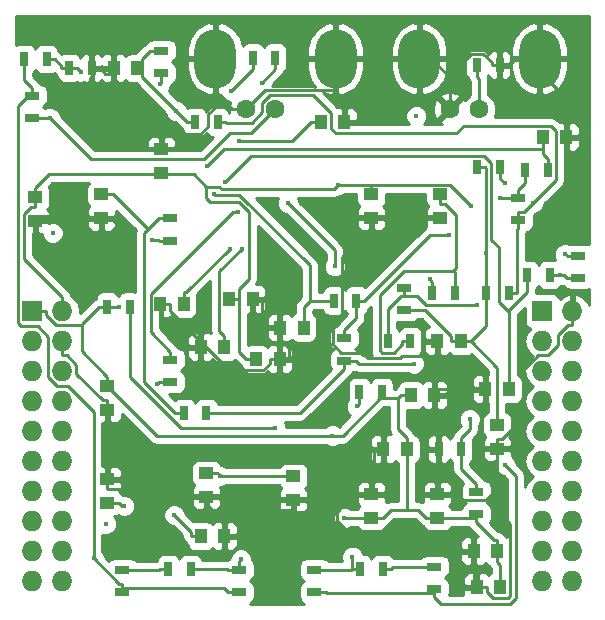
<source format=gbr>
G04 #@! TF.FileFunction,Copper,L2,Bot,Signal*
%FSLAX46Y46*%
G04 Gerber Fmt 4.6, Leading zero omitted, Abs format (unit mm)*
G04 Created by KiCad (PCBNEW 4.0.1-stable) date Monday, May 09, 2016 'AMt' 09:31:45 AM*
%MOMM*%
G01*
G04 APERTURE LIST*
%ADD10C,0.100000*%
%ADD11R,1.727200X1.727200*%
%ADD12O,1.727200X1.727200*%
%ADD13R,1.250000X1.000000*%
%ADD14R,1.000000X1.250000*%
%ADD15O,3.500120X5.001260*%
%ADD16C,1.600200*%
%ADD17R,1.300000X0.700000*%
%ADD18R,0.700000X1.300000*%
%ADD19C,0.400000*%
%ADD20C,0.250000*%
%ADD21C,0.254000*%
G04 APERTURE END LIST*
D10*
D11*
X91694000Y-160274000D03*
D12*
X94234000Y-160274000D03*
X91694000Y-162814000D03*
X94234000Y-162814000D03*
X91694000Y-165354000D03*
X94234000Y-165354000D03*
X91694000Y-167894000D03*
X94234000Y-167894000D03*
X91694000Y-170434000D03*
X94234000Y-170434000D03*
X91694000Y-172974000D03*
X94234000Y-172974000D03*
X91694000Y-175514000D03*
X94234000Y-175514000D03*
X91694000Y-178054000D03*
X94234000Y-178054000D03*
X91694000Y-180594000D03*
X94234000Y-180594000D03*
X91694000Y-183134000D03*
X94234000Y-183134000D03*
X134874000Y-175514000D03*
X134874000Y-178054000D03*
X134874000Y-172974000D03*
X137414000Y-172974000D03*
X137414000Y-178054000D03*
X137414000Y-175514000D03*
X134874000Y-170434000D03*
X134874000Y-167894000D03*
X137414000Y-167894000D03*
X137414000Y-170434000D03*
X137414000Y-165354000D03*
X134874000Y-165354000D03*
D11*
X134874000Y-160274000D03*
D12*
X137414000Y-162814000D03*
X134874000Y-162814000D03*
X137414000Y-160274000D03*
X134874000Y-183134000D03*
X137414000Y-183134000D03*
X137414000Y-180594000D03*
X134874000Y-180594000D03*
D13*
X98044000Y-176514000D03*
X98044000Y-174514000D03*
X97536000Y-150400000D03*
X97536000Y-152400000D03*
X126238000Y-150384000D03*
X126238000Y-152384000D03*
D14*
X100568000Y-139700000D03*
X98568000Y-139700000D03*
D13*
X113792000Y-176260000D03*
X113792000Y-174260000D03*
X106426000Y-176006000D03*
X106426000Y-174006000D03*
D14*
X105934000Y-179324000D03*
X107934000Y-179324000D03*
D13*
X125984000Y-175768000D03*
X125984000Y-177768000D03*
X120396000Y-175784000D03*
X120396000Y-177784000D03*
X120396000Y-152384000D03*
X120396000Y-150384000D03*
X91948000Y-152638000D03*
X91948000Y-150638000D03*
X102616000Y-146574000D03*
X102616000Y-148574000D03*
D14*
X110617000Y-164338000D03*
X112617000Y-164338000D03*
X123730000Y-167386000D03*
X125730000Y-167386000D03*
X123412000Y-171958000D03*
X121412000Y-171958000D03*
X127984000Y-162814000D03*
X125984000Y-162814000D03*
X134890000Y-145542000D03*
X136890000Y-145542000D03*
D13*
X131064000Y-169926000D03*
X131064000Y-171926000D03*
D14*
X114649000Y-161671000D03*
X112649000Y-161671000D03*
X132048000Y-166878000D03*
X130048000Y-166878000D03*
X118094000Y-144272000D03*
X116094000Y-144272000D03*
X108331000Y-159258000D03*
X110331000Y-159258000D03*
X102521000Y-159639000D03*
X104521000Y-159639000D03*
D13*
X98044000Y-166640000D03*
X98044000Y-168640000D03*
D14*
X105950000Y-163322000D03*
X107950000Y-163322000D03*
X131064000Y-180594000D03*
X129064000Y-180594000D03*
X131318000Y-183642000D03*
X129318000Y-183642000D03*
D15*
X107170220Y-138912600D03*
X117368320Y-138912600D03*
D16*
X112268000Y-143177260D03*
X109768640Y-143177260D03*
D15*
X124442220Y-138912600D03*
X134640320Y-138912600D03*
D16*
X129540000Y-143177260D03*
X127040640Y-143177260D03*
D17*
X103378000Y-152400000D03*
X103378000Y-154300000D03*
D18*
X127442000Y-158750000D03*
X125542000Y-158750000D03*
D17*
X102616000Y-138242000D03*
X102616000Y-140142000D03*
D18*
X103190000Y-182118000D03*
X105090000Y-182118000D03*
X119446000Y-182118000D03*
X121346000Y-182118000D03*
D17*
X109220000Y-184084000D03*
X109220000Y-182184000D03*
X115570000Y-184084000D03*
X115570000Y-182184000D03*
X99314000Y-182184000D03*
X99314000Y-184084000D03*
X125730000Y-183830000D03*
X125730000Y-181930000D03*
D18*
X90998000Y-138938000D03*
X92898000Y-138938000D03*
X94808000Y-139700000D03*
X96708000Y-139700000D03*
D17*
X91694000Y-142052000D03*
X91694000Y-143952000D03*
D18*
X132014000Y-158750000D03*
X130114000Y-158750000D03*
X107376000Y-144272000D03*
X105476000Y-144272000D03*
D17*
X132842000Y-150688000D03*
X132842000Y-152588000D03*
X129286000Y-175580000D03*
X129286000Y-177480000D03*
D18*
X128016000Y-171958000D03*
X126116000Y-171958000D03*
X133416000Y-148336000D03*
X135316000Y-148336000D03*
X129352000Y-139446000D03*
X131252000Y-139446000D03*
D17*
X137922000Y-157480000D03*
X137922000Y-155580000D03*
D18*
X119126000Y-159385000D03*
X117226000Y-159385000D03*
D17*
X118110000Y-162560000D03*
X118110000Y-164460000D03*
D18*
X135504000Y-157226000D03*
X133604000Y-157226000D03*
X121798000Y-162814000D03*
X123698000Y-162814000D03*
D17*
X123190000Y-158308000D03*
X123190000Y-160208000D03*
D18*
X131252000Y-148082000D03*
X129352000Y-148082000D03*
X106426000Y-168910000D03*
X104526000Y-168910000D03*
X99944000Y-159893000D03*
X98044000Y-159893000D03*
X121285000Y-167132000D03*
X119385000Y-167132000D03*
D17*
X103378000Y-164404000D03*
X103378000Y-166304000D03*
D18*
X112268000Y-138811000D03*
X110368000Y-138811000D03*
D19*
X117094000Y-170808900D03*
X118105200Y-177784000D03*
X99045800Y-159893000D03*
X108528500Y-141625800D03*
X97937600Y-178308000D03*
X128820300Y-151353700D03*
X117602000Y-149558700D03*
X99473300Y-176772300D03*
X99314000Y-171196000D03*
X116840000Y-179578000D03*
X102108000Y-175747600D03*
X99157100Y-153213500D03*
X102217200Y-166449200D03*
X113328300Y-151151000D03*
X117295100Y-156485400D03*
X111099900Y-140928900D03*
X112271800Y-170137000D03*
X119159600Y-168332700D03*
X107555100Y-174239500D03*
X131723900Y-173313000D03*
X130110600Y-155317700D03*
X106507100Y-148007600D03*
X107027700Y-150383200D03*
X107973100Y-149327300D03*
X93400700Y-153670000D03*
X93200900Y-143935800D03*
X124206000Y-143764000D03*
X101801600Y-154292200D03*
X125393900Y-157582400D03*
X102487600Y-141068300D03*
X96868200Y-181216100D03*
X95828000Y-140005000D03*
X103886000Y-143357300D03*
X103699100Y-177528700D03*
X109216000Y-145861600D03*
X108427000Y-155001200D03*
X109414500Y-155004700D03*
X109356700Y-181263400D03*
X118775200Y-181078300D03*
X134091100Y-151101400D03*
X131280300Y-150686400D03*
X128717700Y-169432700D03*
X136370800Y-157226000D03*
X136770300Y-155467400D03*
X129348700Y-159740800D03*
X126925300Y-153833400D03*
X131682800Y-149426200D03*
X124002800Y-164717800D03*
X109113700Y-151843000D03*
D20*
X117094000Y-170808900D02*
X117971800Y-170808900D01*
X102212900Y-170808900D02*
X117094000Y-170808900D01*
X131318000Y-181798300D02*
X131064000Y-181544300D01*
X131318000Y-183642000D02*
X131318000Y-181798300D01*
X131064000Y-181069100D02*
X131064000Y-181544300D01*
X131064000Y-181069100D02*
X131064000Y-180594000D01*
X130774400Y-179643700D02*
X129286000Y-178155300D01*
X131064000Y-179643700D02*
X130774400Y-179643700D01*
X131064000Y-180594000D02*
X131064000Y-179643700D01*
X120374700Y-177784000D02*
X119445700Y-177784000D01*
X98719300Y-159893000D02*
X99045800Y-159893000D01*
X120374700Y-177784000D02*
X120396000Y-177784000D01*
X120396000Y-177784000D02*
X121346300Y-177784000D01*
X125984000Y-177768000D02*
X125033700Y-177768000D01*
X129286000Y-177480000D02*
X129286000Y-177817600D01*
X129286000Y-177817600D02*
X129286000Y-178155300D01*
X126983900Y-177817600D02*
X126934300Y-177768000D01*
X129286000Y-177817600D02*
X126983900Y-177817600D01*
X125984000Y-177768000D02*
X126934300Y-177768000D01*
X123730000Y-167386000D02*
X122904700Y-167386000D01*
X121285000Y-167132000D02*
X121285000Y-167495700D01*
X121285000Y-167495700D02*
X121285000Y-167619600D01*
X122671100Y-170266800D02*
X122671100Y-167619600D01*
X123412000Y-171007700D02*
X122671100Y-170266800D01*
X121285000Y-167619600D02*
X122671100Y-167619600D01*
X122671100Y-167619600D02*
X122904700Y-167386000D01*
X98381700Y-159893000D02*
X98719300Y-159893000D01*
X123412000Y-171595400D02*
X123412000Y-171007700D01*
X122023700Y-177106600D02*
X123412000Y-177106600D01*
X121346300Y-177784000D02*
X122023700Y-177106600D01*
X124372300Y-177106600D02*
X125033700Y-177768000D01*
X123412000Y-177106600D02*
X124372300Y-177106600D01*
X123412000Y-177106600D02*
X123412000Y-171958000D01*
X123412000Y-171958000D02*
X123412000Y-171595400D01*
X119445700Y-177784000D02*
X118105200Y-177784000D01*
X110368000Y-138811000D02*
X110368000Y-139786300D01*
X110368000Y-139786300D02*
X108528500Y-141625800D01*
X91694000Y-160274000D02*
X92882900Y-160274000D01*
X98381700Y-159893000D02*
X98044000Y-159893000D01*
X98044000Y-159893000D02*
X97368700Y-159893000D01*
X117971800Y-170808900D02*
X121285000Y-167495700D01*
X98044000Y-166640000D02*
X102212900Y-170808900D01*
X98044000Y-166640000D02*
X98044000Y-165814700D01*
X92882900Y-160645600D02*
X92882900Y-160274000D01*
X93700200Y-161462900D02*
X92882900Y-160645600D01*
X95873300Y-161462900D02*
X93700200Y-161462900D01*
X95873300Y-161388400D02*
X95873300Y-161462900D01*
X97368700Y-159893000D02*
X95873300Y-161388400D01*
X95873300Y-163644000D02*
X98044000Y-165814700D01*
X95873300Y-161462900D02*
X95873300Y-163644000D01*
X93066700Y-148694000D02*
X102616000Y-148694000D01*
X91948000Y-149812700D02*
X93066700Y-148694000D01*
X91948000Y-150638000D02*
X91948000Y-149812700D01*
X120396000Y-150384000D02*
X120396000Y-149558700D01*
X127025300Y-149558700D02*
X128820300Y-151353700D01*
X120396000Y-149558700D02*
X127025300Y-149558700D01*
X102616000Y-148574000D02*
X102616000Y-148634000D01*
X102616000Y-148634000D02*
X102616000Y-148694000D01*
X108331000Y-159258000D02*
X109156300Y-159258000D01*
X109156300Y-163702600D02*
X109791700Y-164338000D01*
X109156300Y-159258000D02*
X109156300Y-163702600D01*
X110617000Y-164338000D02*
X109791700Y-164338000D01*
X91535300Y-151463300D02*
X91948000Y-151463300D01*
X90976600Y-152022000D02*
X91535300Y-151463300D01*
X90976600Y-155827700D02*
X90976600Y-152022000D01*
X94234000Y-159085100D02*
X90976600Y-155827700D01*
X94234000Y-160274000D02*
X94234000Y-159085100D01*
X91948000Y-150638000D02*
X91948000Y-151463300D01*
X117602000Y-149558700D02*
X120396000Y-149558700D01*
X106402300Y-150695300D02*
X106402300Y-149755600D01*
X106771900Y-151064900D02*
X106402300Y-150695300D01*
X109223100Y-151064900D02*
X106771900Y-151064900D01*
X110039900Y-151881700D02*
X109223100Y-151064900D01*
X110039900Y-157549100D02*
X110039900Y-151881700D01*
X109156300Y-158432700D02*
X110039900Y-157549100D01*
X109156300Y-159258000D02*
X109156300Y-158432700D01*
X105340700Y-148694000D02*
X102616000Y-148694000D01*
X106402300Y-149755600D02*
X105340700Y-148694000D01*
X117208100Y-149952600D02*
X117602000Y-149558700D01*
X107714100Y-149952600D02*
X117208100Y-149952600D01*
X107517100Y-149755600D02*
X107714100Y-149952600D01*
X106402300Y-149755600D02*
X107517100Y-149755600D01*
X99252600Y-176772300D02*
X98994300Y-176514000D01*
X99473300Y-176772300D02*
X99252600Y-176772300D01*
X98044000Y-176514000D02*
X98994300Y-176514000D01*
X98044000Y-172466000D02*
X99314000Y-171196000D01*
X117479800Y-178938200D02*
X116840000Y-179578000D01*
X117479800Y-178938200D02*
X117479800Y-178053100D01*
X94605600Y-164002900D02*
X94234000Y-164002900D01*
X95422900Y-164820200D02*
X94605600Y-164002900D01*
X95422900Y-165606200D02*
X95422900Y-164820200D01*
X97631400Y-167814700D02*
X95422900Y-165606200D01*
X98044000Y-167814700D02*
X97631400Y-167814700D01*
X94234000Y-162814000D02*
X94234000Y-164002900D01*
X107170200Y-138912600D02*
X107170200Y-141738600D01*
X107804600Y-142372900D02*
X107170200Y-141738600D01*
X98044000Y-168227300D02*
X98044000Y-167814700D01*
X98044000Y-168227300D02*
X98044000Y-168640000D01*
X91948000Y-152638000D02*
X91948000Y-152225300D01*
X96411000Y-152225300D02*
X96585700Y-152400000D01*
X91948000Y-152225300D02*
X96411000Y-152225300D01*
X97536000Y-152400000D02*
X96585700Y-152400000D01*
X102616000Y-146574000D02*
X102616000Y-146161300D01*
X118094000Y-144272000D02*
X118094000Y-143321700D01*
X124961100Y-138912600D02*
X125479900Y-138912600D01*
X124961100Y-138912600D02*
X124442200Y-138912600D01*
X134640300Y-138912600D02*
X133602600Y-138912600D01*
X133602600Y-138912600D02*
X132564900Y-138912600D01*
X136890000Y-142200000D02*
X136890000Y-145542000D01*
X133602600Y-138912600D02*
X136890000Y-142200000D01*
X108608900Y-143177300D02*
X107804600Y-142372900D01*
X109768600Y-143177300D02*
X108608900Y-143177300D01*
X98044000Y-168640000D02*
X98044000Y-169465300D01*
X98044000Y-174514000D02*
X98044000Y-172466000D01*
X98044000Y-172466000D02*
X98044000Y-169465300D01*
X98568000Y-139700000D02*
X98568000Y-140175100D01*
X98568000Y-140175100D02*
X98568000Y-140650300D01*
X97858400Y-140175100D02*
X97383300Y-139700000D01*
X98568000Y-140175100D02*
X97858400Y-140175100D01*
X96708000Y-139700000D02*
X97383300Y-139700000D01*
X132031500Y-139446000D02*
X132564900Y-138912600D01*
X131252000Y-139446000D02*
X132031500Y-139446000D01*
X128848200Y-138470600D02*
X126943100Y-140375700D01*
X129854500Y-138470600D02*
X128848200Y-138470600D01*
X130576700Y-139192800D02*
X129854500Y-138470600D01*
X130576700Y-139446000D02*
X130576700Y-139192800D01*
X125479900Y-138912600D02*
X126943100Y-140375700D01*
X127040600Y-140473300D02*
X127040600Y-143177300D01*
X126943100Y-140375700D02*
X127040600Y-140473300D01*
X131252000Y-139446000D02*
X130576700Y-139446000D01*
X98044000Y-174514000D02*
X98044000Y-175339300D01*
X106585300Y-143592200D02*
X107804600Y-142372900D01*
X106585300Y-144638800D02*
X106585300Y-143592200D01*
X105949800Y-145274300D02*
X106585300Y-144638800D01*
X102616000Y-145274300D02*
X105949800Y-145274300D01*
X102616000Y-146161300D02*
X102616000Y-145274300D01*
X102616000Y-144698300D02*
X98568000Y-140650300D01*
X102616000Y-145274300D02*
X102616000Y-144698300D01*
X111384500Y-141561400D02*
X109768600Y-143177300D01*
X117368300Y-141561400D02*
X111384500Y-141561400D01*
X117368300Y-142596000D02*
X118094000Y-143321700D01*
X117368300Y-141561400D02*
X117368300Y-142596000D01*
X105950000Y-163322000D02*
X106362700Y-163322000D01*
X102521000Y-159639000D02*
X103346300Y-159639000D01*
X129318000Y-183642000D02*
X129730700Y-183642000D01*
X129730700Y-183642000D02*
X130143300Y-183642000D01*
X129064000Y-182975300D02*
X129064000Y-180594000D01*
X129730700Y-183642000D02*
X129064000Y-182975300D01*
X120396000Y-175784000D02*
X119445700Y-175784000D01*
X120586700Y-174768000D02*
X120396000Y-174958700D01*
X120586700Y-171958000D02*
X120586700Y-174768000D01*
X121412000Y-171958000D02*
X120586700Y-171958000D01*
X120396000Y-175784000D02*
X120396000Y-174958700D01*
X117368300Y-138912600D02*
X117368300Y-141561400D01*
X124442200Y-138912600D02*
X122366800Y-138912600D01*
X117368300Y-138912600D02*
X122366800Y-138912600D01*
X130143300Y-184054600D02*
X130143300Y-183642000D01*
X130681100Y-184592400D02*
X130143300Y-184054600D01*
X131965500Y-184592400D02*
X130681100Y-184592400D01*
X132143400Y-184414500D02*
X131965500Y-184592400D01*
X132143400Y-178285200D02*
X132143400Y-184414500D01*
X130113600Y-176255400D02*
X132143400Y-178285200D01*
X127421700Y-176255400D02*
X126934300Y-175768000D01*
X130113600Y-176255400D02*
X127421700Y-176255400D01*
X125984000Y-175768000D02*
X126934300Y-175768000D01*
X125984000Y-175768000D02*
X125984000Y-174942700D01*
X103346300Y-160305600D02*
X106362700Y-163322000D01*
X103346300Y-159639000D02*
X103346300Y-160305600D01*
X111791700Y-164750600D02*
X111791700Y-164338000D01*
X111247000Y-165295300D02*
X111791700Y-164750600D01*
X108336000Y-165295300D02*
X111247000Y-165295300D01*
X106362700Y-163322000D02*
X108336000Y-165295300D01*
X112617000Y-164338000D02*
X111791700Y-164338000D01*
X126116000Y-174810700D02*
X125984000Y-174942700D01*
X126116000Y-171958000D02*
X126116000Y-174810700D01*
X126116000Y-171958000D02*
X126116000Y-170982700D01*
X120396000Y-152384000D02*
X120871200Y-152384000D01*
X137414000Y-160274000D02*
X137414000Y-161462900D01*
X131064000Y-175305000D02*
X130113600Y-176255400D01*
X131064000Y-171926000D02*
X131064000Y-175305000D01*
X137042400Y-161462900D02*
X137414000Y-161462900D01*
X136225100Y-162280200D02*
X137042400Y-161462900D01*
X136225100Y-163166200D02*
X136225100Y-162280200D01*
X135388300Y-164003000D02*
X136225100Y-163166200D01*
X134535100Y-164003000D02*
X135388300Y-164003000D01*
X133216900Y-165321200D02*
X134535100Y-164003000D01*
X133216900Y-169360400D02*
X133216900Y-165321200D01*
X131476600Y-171100700D02*
X133216900Y-169360400D01*
X131064000Y-171100700D02*
X131476600Y-171100700D01*
X131064000Y-171926000D02*
X131064000Y-171100700D01*
X117479800Y-178053100D02*
X117479800Y-177242500D01*
X120020700Y-180594000D02*
X117479800Y-178053100D01*
X129064000Y-180594000D02*
X120020700Y-180594000D01*
X118938300Y-175784000D02*
X119445700Y-175784000D01*
X117479800Y-177242500D02*
X118938300Y-175784000D01*
X113949200Y-177242500D02*
X113792000Y-177085300D01*
X117479800Y-177242500D02*
X113949200Y-177242500D01*
X113792000Y-176260000D02*
X113792000Y-177085300D01*
X126238000Y-152384000D02*
X125287700Y-152384000D01*
X120871200Y-152384000D02*
X125287700Y-152384000D01*
X101699700Y-175339300D02*
X98044000Y-175339300D01*
X102108000Y-175747600D02*
X101699700Y-175339300D01*
X106426000Y-176006000D02*
X105475700Y-176006000D01*
X105217300Y-175747600D02*
X102108000Y-175747600D01*
X105475700Y-176006000D02*
X105217300Y-175747600D01*
X125984000Y-162814000D02*
X125984000Y-163764300D01*
X120396000Y-152384000D02*
X120396000Y-153209300D01*
X125984000Y-163775700D02*
X125984000Y-163764300D01*
X125668300Y-164091400D02*
X125984000Y-163775700D01*
X125730000Y-170596700D02*
X125730000Y-167386000D01*
X126116000Y-170982700D02*
X125730000Y-170596700D01*
X125668300Y-166374000D02*
X125668300Y-164091400D01*
X125730000Y-166435700D02*
X125668300Y-166374000D01*
X125730000Y-167386000D02*
X125730000Y-166910800D01*
X125730000Y-166910800D02*
X125730000Y-166435700D01*
X129189900Y-166910800D02*
X129222700Y-166878000D01*
X125730000Y-166910800D02*
X129189900Y-166910800D01*
X130048000Y-166878000D02*
X129222700Y-166878000D01*
X107934000Y-179324000D02*
X107934000Y-178092100D01*
X108940800Y-177085300D02*
X113792000Y-177085300D01*
X107934000Y-178092100D02*
X108940800Y-177085300D01*
X106673200Y-176831300D02*
X106426000Y-176831300D01*
X107934000Y-178092100D02*
X106673200Y-176831300D01*
X106426000Y-176006000D02*
X106426000Y-176831300D01*
X98486300Y-152542700D02*
X98486300Y-152400000D01*
X99157100Y-153213500D02*
X98486300Y-152542700D01*
X97536000Y-152400000D02*
X98486300Y-152400000D01*
X112617000Y-164338000D02*
X113442300Y-164338000D01*
X117112500Y-161666900D02*
X117112500Y-163090300D01*
X117920500Y-160858900D02*
X117112500Y-161666900D01*
X117920500Y-155684800D02*
X117920500Y-160858900D01*
X120396000Y-153209300D02*
X117920500Y-155684800D01*
X122964800Y-164091400D02*
X125668300Y-164091400D01*
X122814300Y-164241900D02*
X122964800Y-164091400D01*
X120080500Y-164241900D02*
X122814300Y-164241900D01*
X119623100Y-163784500D02*
X120080500Y-164241900D01*
X117806700Y-163784500D02*
X119623100Y-163784500D01*
X117112500Y-163090300D02*
X117806700Y-163784500D01*
X112649000Y-161671000D02*
X112649000Y-162621300D01*
X113469600Y-163441800D02*
X112649000Y-162621300D01*
X113821100Y-163090300D02*
X113469600Y-163441800D01*
X117112500Y-163090300D02*
X113821100Y-163090300D01*
X113442300Y-163469100D02*
X113442300Y-164338000D01*
X113469600Y-163441800D02*
X113442300Y-163469100D01*
X111156300Y-161003600D02*
X111823700Y-161671000D01*
X111156300Y-159258000D02*
X111156300Y-161003600D01*
X110331000Y-159258000D02*
X111156300Y-159258000D01*
X112649000Y-161671000D02*
X111823700Y-161671000D01*
X103378000Y-166304000D02*
X102402700Y-166304000D01*
X102257500Y-166449200D02*
X102217200Y-166449200D01*
X102402700Y-166304000D02*
X102257500Y-166449200D01*
X117295100Y-155117800D02*
X113328300Y-151151000D01*
X117295100Y-156485400D02*
X117295100Y-155117800D01*
X112242500Y-139786300D02*
X111099900Y-140928900D01*
X112268000Y-139786300D02*
X112242500Y-139786300D01*
X112268000Y-138811000D02*
X112268000Y-139786300D01*
X104243800Y-170137000D02*
X112271800Y-170137000D01*
X99944000Y-165837200D02*
X104243800Y-170137000D01*
X99944000Y-159893000D02*
X99944000Y-165837200D01*
X119385000Y-167132000D02*
X119385000Y-168107300D01*
X119385000Y-168107300D02*
X119159600Y-168332700D01*
X106426000Y-174006000D02*
X107376300Y-174006000D01*
X113792000Y-174260000D02*
X112841700Y-174260000D01*
X107376300Y-174060700D02*
X107555100Y-174239500D01*
X107376300Y-174006000D02*
X107376300Y-174060700D01*
X112821200Y-174239500D02*
X112841700Y-174260000D01*
X107555100Y-174239500D02*
X112821200Y-174239500D01*
X125730000Y-183830000D02*
X125730000Y-184167600D01*
X116628900Y-184167600D02*
X116545300Y-184084000D01*
X125730000Y-184167600D02*
X116628900Y-184167600D01*
X115570000Y-184084000D02*
X116545300Y-184084000D01*
X132653700Y-174242800D02*
X131723900Y-173313000D01*
X132653700Y-184541100D02*
X132653700Y-174242800D01*
X132144500Y-185050300D02*
X132653700Y-184541100D01*
X126275000Y-185050300D02*
X132144500Y-185050300D01*
X125730000Y-184505300D02*
X126275000Y-185050300D01*
X125730000Y-184167600D02*
X125730000Y-184505300D01*
X129352000Y-148082000D02*
X130027300Y-148082000D01*
X130110600Y-148165300D02*
X130027300Y-148082000D01*
X130110600Y-155317700D02*
X130110600Y-148165300D01*
X131064000Y-165068700D02*
X131064000Y-169926000D01*
X128809300Y-162814000D02*
X131064000Y-165068700D01*
X127984000Y-162814000D02*
X128809300Y-162814000D01*
X130114000Y-155321100D02*
X130114000Y-158750000D01*
X130110600Y-155317700D02*
X130114000Y-155321100D01*
X130114000Y-161509300D02*
X128809300Y-162814000D01*
X130114000Y-158750000D02*
X130114000Y-161509300D01*
X127158700Y-162401400D02*
X127158700Y-162814000D01*
X124965300Y-160208000D02*
X127158700Y-162401400D01*
X123190000Y-160208000D02*
X124965300Y-160208000D01*
X127984000Y-162814000D02*
X127158700Y-162814000D01*
X134890000Y-145542000D02*
X134890000Y-146017100D01*
X135316000Y-148336000D02*
X135316000Y-147360700D01*
X107946700Y-146568000D02*
X134890000Y-146568000D01*
X106507100Y-148007600D02*
X107946700Y-146568000D01*
X134890000Y-146017100D02*
X134890000Y-146568000D01*
X134890000Y-146934700D02*
X135316000Y-147360700D01*
X134890000Y-146568000D02*
X134890000Y-146934700D01*
X114649000Y-159914700D02*
X115178700Y-159385000D01*
X114649000Y-161671000D02*
X114649000Y-159914700D01*
X115178700Y-159385000D02*
X117226000Y-159385000D01*
X115178700Y-156376400D02*
X115178700Y-159385000D01*
X109205200Y-150402900D02*
X115178700Y-156376400D01*
X107047400Y-150402900D02*
X109205200Y-150402900D01*
X107027700Y-150383200D02*
X107047400Y-150402900D01*
X133604000Y-158654300D02*
X131994600Y-160263700D01*
X133604000Y-157226000D02*
X133604000Y-158654300D01*
X131223300Y-159492500D02*
X131994600Y-160263700D01*
X131223300Y-154882300D02*
X131223300Y-159492500D01*
X130561000Y-154220000D02*
X131223300Y-154882300D01*
X130561000Y-147749000D02*
X130561000Y-154220000D01*
X129918600Y-147106600D02*
X130561000Y-147749000D01*
X110193800Y-147106600D02*
X129918600Y-147106600D01*
X107973100Y-149327300D02*
X110193800Y-147106600D01*
X132048000Y-160333400D02*
X132048000Y-166878000D01*
X131998800Y-160284200D02*
X132048000Y-160333400D01*
X131998800Y-160268000D02*
X131998800Y-160284200D01*
X131994600Y-160263700D02*
X131998800Y-160268000D01*
X91694000Y-143952000D02*
X92669300Y-143952000D01*
X92685500Y-143935800D02*
X93200900Y-143935800D01*
X92669300Y-143952000D02*
X92685500Y-143935800D01*
X96664500Y-147399400D02*
X93200900Y-143935800D01*
X106231000Y-147399400D02*
X96664500Y-147399400D01*
X108404000Y-145226400D02*
X106231000Y-147399400D01*
X110218900Y-145226400D02*
X108404000Y-145226400D01*
X112268000Y-143177300D02*
X110218900Y-145226400D01*
X129540000Y-140609300D02*
X129352000Y-140421300D01*
X129540000Y-143177300D02*
X129540000Y-140609300D01*
X129352000Y-139446000D02*
X129352000Y-140421300D01*
X102394900Y-154292200D02*
X101801600Y-154292200D01*
X102402700Y-154300000D02*
X102394900Y-154292200D01*
X103378000Y-154300000D02*
X102402700Y-154300000D01*
X125393900Y-157626600D02*
X125542000Y-157774700D01*
X125393900Y-157582400D02*
X125393900Y-157626600D01*
X125542000Y-158750000D02*
X125542000Y-157774700D01*
X102616000Y-140939900D02*
X102487600Y-141068300D01*
X102616000Y-140142000D02*
X102616000Y-140939900D01*
X96868200Y-168778900D02*
X96868200Y-180594000D01*
X96868200Y-180594000D02*
X96868200Y-181216100D01*
X90998000Y-140680700D02*
X90998000Y-138938000D01*
X91694000Y-141376700D02*
X90998000Y-140680700D01*
X91694000Y-142052000D02*
X91694000Y-141714300D01*
X91694000Y-141714300D02*
X91694000Y-141376700D01*
X99060800Y-183408700D02*
X99314000Y-183408700D01*
X96868200Y-181216100D02*
X99060800Y-183408700D01*
X94713300Y-166624000D02*
X96868200Y-168778900D01*
X93800700Y-166624000D02*
X94713300Y-166624000D01*
X93045000Y-165868300D02*
X93800700Y-166624000D01*
X93045000Y-162460400D02*
X93045000Y-165868300D01*
X92128600Y-161544000D02*
X93045000Y-162460400D01*
X90736100Y-161544000D02*
X92128600Y-161544000D01*
X90505000Y-161312900D02*
X90736100Y-161544000D01*
X90505000Y-142903300D02*
X90505000Y-161312900D01*
X91694000Y-141714300D02*
X90505000Y-142903300D01*
X99314000Y-184084000D02*
X99314000Y-183746300D01*
X99314000Y-183746300D02*
X99314000Y-183408700D01*
X107907000Y-183746300D02*
X108244700Y-184084000D01*
X99314000Y-183746300D02*
X107907000Y-183746300D01*
X109220000Y-184084000D02*
X108244700Y-184084000D01*
X94132700Y-139497400D02*
X93573300Y-138938000D01*
X94132700Y-139700000D02*
X94132700Y-139497400D01*
X92898000Y-138938000D02*
X93573300Y-138938000D01*
X94808000Y-139700000D02*
X94132700Y-139700000D01*
X95788300Y-140005000D02*
X95828000Y-140005000D01*
X95483300Y-139700000D02*
X95788300Y-140005000D01*
X94808000Y-139700000D02*
X95483300Y-139700000D01*
X103886000Y-143357300D02*
X104800700Y-144272000D01*
X100980700Y-140452000D02*
X103886000Y-143357300D01*
X100568000Y-139700000D02*
X100980700Y-139700000D01*
X105476000Y-144272000D02*
X104800700Y-144272000D01*
X100980700Y-138902000D02*
X101640700Y-138242000D01*
X100980700Y-139700000D02*
X100980700Y-138902000D01*
X102616000Y-138242000D02*
X101640700Y-138242000D01*
X100980700Y-139700000D02*
X100980700Y-140452000D01*
X127442000Y-158750000D02*
X127442000Y-157774700D01*
X126238000Y-150384000D02*
X126238000Y-151209300D01*
X123698000Y-162814000D02*
X123022700Y-162814000D01*
X126650600Y-151209300D02*
X126238000Y-151209300D01*
X127576600Y-152135300D02*
X126650600Y-151209300D01*
X127576600Y-156633600D02*
X127576600Y-152135300D01*
X127342500Y-156867700D02*
X127576600Y-156633600D01*
X127442000Y-156967200D02*
X127342500Y-156867700D01*
X127442000Y-157774700D02*
X127442000Y-156967200D01*
X123022700Y-163067200D02*
X123022700Y-162814000D01*
X122300500Y-163789400D02*
X123022700Y-163067200D01*
X121291900Y-163789400D02*
X122300500Y-163789400D01*
X121105600Y-163603100D02*
X121291900Y-163789400D01*
X121105600Y-158929400D02*
X121105600Y-163603100D01*
X123167300Y-156867700D02*
X121105600Y-158929400D01*
X127342500Y-156867700D02*
X123167300Y-156867700D01*
X103378000Y-152400000D02*
X102402700Y-152400000D01*
X97536000Y-150400000D02*
X98486300Y-150400000D01*
X101444500Y-153358200D02*
X98486300Y-150400000D01*
X101444500Y-153358200D02*
X102402700Y-152400000D01*
X103793700Y-168910000D02*
X104526000Y-168910000D01*
X101156200Y-166272500D02*
X103793700Y-168910000D01*
X101156200Y-153646500D02*
X101156200Y-166272500D01*
X101444500Y-153358200D02*
X101156200Y-153646500D01*
X105934000Y-179324000D02*
X105108700Y-179324000D01*
X105108700Y-178938300D02*
X103699100Y-177528700D01*
X105108700Y-179324000D02*
X105108700Y-178938300D01*
X113679100Y-145861600D02*
X109216000Y-145861600D01*
X115268700Y-144272000D02*
X113679100Y-145861600D01*
X116094000Y-144272000D02*
X115268700Y-144272000D01*
X104521000Y-159639000D02*
X104521000Y-158688700D01*
X104739500Y-158688700D02*
X108427000Y-155001200D01*
X104521000Y-158688700D02*
X104739500Y-158688700D01*
X107950000Y-163322000D02*
X107950000Y-162371700D01*
X107505600Y-156913600D02*
X109414500Y-155004700D01*
X107505600Y-161927300D02*
X107505600Y-156913600D01*
X107950000Y-162371700D02*
X107505600Y-161927300D01*
X102448700Y-182184000D02*
X102514700Y-182118000D01*
X99314000Y-182184000D02*
X102448700Y-182184000D01*
X103190000Y-182118000D02*
X102514700Y-182118000D01*
X105090000Y-182118000D02*
X105765300Y-182118000D01*
X108178700Y-182118000D02*
X105765300Y-182118000D01*
X108244700Y-182184000D02*
X108178700Y-182118000D01*
X109220000Y-182184000D02*
X108244700Y-182184000D01*
X109220000Y-181400100D02*
X109356700Y-181263400D01*
X109220000Y-182184000D02*
X109220000Y-181400100D01*
X119446000Y-182118000D02*
X118770700Y-182118000D01*
X118704700Y-182184000D02*
X118770700Y-182118000D01*
X115570000Y-182184000D02*
X118704700Y-182184000D01*
X118770700Y-181082800D02*
X118775200Y-181078300D01*
X118770700Y-182118000D02*
X118770700Y-181082800D01*
X122209300Y-181930000D02*
X122021300Y-182118000D01*
X125730000Y-181930000D02*
X122209300Y-181930000D01*
X121346000Y-182118000D02*
X122021300Y-182118000D01*
X132842000Y-152588000D02*
X132842000Y-153263300D01*
X132689300Y-153416000D02*
X132842000Y-153263300D01*
X132689300Y-158750000D02*
X132689300Y-153416000D01*
X132014000Y-158750000D02*
X132689300Y-158750000D01*
X132842000Y-152588000D02*
X132842000Y-151912700D01*
X107376000Y-144272000D02*
X108051300Y-144272000D01*
X108085200Y-144305900D02*
X108051300Y-144272000D01*
X110248300Y-144305900D02*
X108085200Y-144305900D01*
X111142500Y-143411700D02*
X110248300Y-144305900D01*
X111142500Y-142678900D02*
X111142500Y-143411700D01*
X111809600Y-142011800D02*
X111142500Y-142678900D01*
X115473300Y-142011800D02*
X111809600Y-142011800D01*
X116974800Y-143513300D02*
X115473300Y-142011800D01*
X116974800Y-144819000D02*
X116974800Y-143513300D01*
X117378200Y-145222400D02*
X116974800Y-144819000D01*
X127573800Y-145222400D02*
X117378200Y-145222400D01*
X128204600Y-144591600D02*
X127573800Y-145222400D01*
X135564600Y-144591600D02*
X128204600Y-144591600D01*
X135999100Y-145026100D02*
X135564600Y-144591600D01*
X135999100Y-149193400D02*
X135999100Y-145026100D01*
X134091100Y-151101400D02*
X135999100Y-149193400D01*
X133279800Y-151912700D02*
X134091100Y-151101400D01*
X132842000Y-151912700D02*
X133279800Y-151912700D01*
X133416000Y-148336000D02*
X133416000Y-149311300D01*
X133416000Y-149438700D02*
X133416000Y-149311300D01*
X132842000Y-150012700D02*
X133416000Y-149438700D01*
X132842000Y-150688000D02*
X132842000Y-150012700D01*
X131865100Y-150686400D02*
X131866700Y-150688000D01*
X131280300Y-150686400D02*
X131865100Y-150686400D01*
X132842000Y-150688000D02*
X131866700Y-150688000D01*
X128016000Y-173634700D02*
X129286000Y-174904700D01*
X128016000Y-171958000D02*
X128016000Y-173634700D01*
X129286000Y-175580000D02*
X129286000Y-174904700D01*
X128016000Y-171958000D02*
X128016000Y-170982700D01*
X128717700Y-170281000D02*
X128717700Y-169432700D01*
X128016000Y-170982700D02*
X128717700Y-170281000D01*
X135504000Y-157226000D02*
X136179300Y-157226000D01*
X136179300Y-157226000D02*
X136370800Y-157226000D01*
X136692700Y-157226000D02*
X136946700Y-157480000D01*
X136370800Y-157226000D02*
X136692700Y-157226000D01*
X137922000Y-157480000D02*
X136946700Y-157480000D01*
X137922000Y-155580000D02*
X136946700Y-155580000D01*
X136834100Y-155467400D02*
X136770300Y-155467400D01*
X136946700Y-155580000D02*
X136834100Y-155467400D01*
X123190000Y-158308000D02*
X123190000Y-158983300D01*
X121798000Y-160124900D02*
X121798000Y-161838700D01*
X122939600Y-158983300D02*
X121798000Y-160124900D01*
X123190000Y-158983300D02*
X122939600Y-158983300D01*
X121798000Y-162814000D02*
X121798000Y-161838700D01*
X124976700Y-159740800D02*
X129348700Y-159740800D01*
X124219200Y-158983300D02*
X124976700Y-159740800D01*
X123190000Y-158983300D02*
X124219200Y-158983300D01*
X118110000Y-162560000D02*
X118110000Y-161884700D01*
X119126000Y-160868700D02*
X119126000Y-160360300D01*
X118110000Y-161884700D02*
X119126000Y-160868700D01*
X119126000Y-159385000D02*
X119126000Y-160360300D01*
X119126000Y-159385000D02*
X119801300Y-159385000D01*
X125352900Y-153833400D02*
X126925300Y-153833400D01*
X119801300Y-159385000D02*
X125352900Y-153833400D01*
X131313900Y-149057300D02*
X131252000Y-149057300D01*
X131682800Y-149426200D02*
X131313900Y-149057300D01*
X131252000Y-148082000D02*
X131252000Y-149057300D01*
X114335300Y-168910000D02*
X118110000Y-165135300D01*
X106426000Y-168910000D02*
X114335300Y-168910000D01*
X118110000Y-164460000D02*
X118110000Y-165135300D01*
X118110000Y-164460000D02*
X119085300Y-164460000D01*
X119343100Y-164717800D02*
X124002800Y-164717800D01*
X119085300Y-164460000D02*
X119343100Y-164717800D01*
X103378000Y-164404000D02*
X103378000Y-163728700D01*
X108709200Y-151843000D02*
X109113700Y-151843000D01*
X101695600Y-158856600D02*
X108709200Y-151843000D01*
X101695600Y-162046300D02*
X101695600Y-158856600D01*
X103378000Y-163728700D02*
X101695600Y-162046300D01*
D21*
G36*
X121911100Y-170266800D02*
X121968952Y-170557639D01*
X122072086Y-170711991D01*
X122038309Y-170698000D01*
X121697750Y-170698000D01*
X121539000Y-170856750D01*
X121539000Y-171831000D01*
X121559000Y-171831000D01*
X121559000Y-172085000D01*
X121539000Y-172085000D01*
X121539000Y-173059250D01*
X121697750Y-173218000D01*
X122038309Y-173218000D01*
X122271698Y-173121327D01*
X122412936Y-172980090D01*
X122447910Y-173034441D01*
X122652000Y-173173890D01*
X122652000Y-176346600D01*
X122023700Y-176346600D01*
X121732860Y-176404452D01*
X121629941Y-176473220D01*
X121656000Y-176410309D01*
X121656000Y-176069750D01*
X121497250Y-175911000D01*
X120523000Y-175911000D01*
X120523000Y-175931000D01*
X120269000Y-175931000D01*
X120269000Y-175911000D01*
X119294750Y-175911000D01*
X119136000Y-176069750D01*
X119136000Y-176410309D01*
X119232673Y-176643698D01*
X119373910Y-176784936D01*
X119319559Y-176819910D01*
X119180110Y-177024000D01*
X118667663Y-177024000D01*
X118635527Y-176991808D01*
X118291999Y-176849162D01*
X117920033Y-176848838D01*
X117576257Y-176990883D01*
X117313008Y-177253673D01*
X117170362Y-177597201D01*
X117170038Y-177969167D01*
X117312083Y-178312943D01*
X117574873Y-178576192D01*
X117918401Y-178718838D01*
X118290367Y-178719162D01*
X118634143Y-178577117D01*
X118667318Y-178544000D01*
X119183721Y-178544000D01*
X119306910Y-178735441D01*
X119519110Y-178880431D01*
X119771000Y-178931440D01*
X121021000Y-178931440D01*
X121256317Y-178887162D01*
X121472441Y-178748090D01*
X121617431Y-178535890D01*
X121627100Y-178488145D01*
X121637139Y-178486148D01*
X121883701Y-178321401D01*
X122338502Y-177866600D01*
X124057498Y-177866600D01*
X124496299Y-178305401D01*
X124742861Y-178470148D01*
X124749859Y-178471540D01*
X124755838Y-178503317D01*
X124894910Y-178719441D01*
X125107110Y-178864431D01*
X125359000Y-178915440D01*
X126609000Y-178915440D01*
X126844317Y-178871162D01*
X127060441Y-178732090D01*
X127165999Y-178577600D01*
X128671691Y-178577600D01*
X128748599Y-178692701D01*
X129389898Y-179334000D01*
X129349750Y-179334000D01*
X129191000Y-179492750D01*
X129191000Y-180467000D01*
X129211000Y-180467000D01*
X129211000Y-180721000D01*
X129191000Y-180721000D01*
X129191000Y-181695250D01*
X129349750Y-181854000D01*
X129690309Y-181854000D01*
X129923698Y-181757327D01*
X130064936Y-181616090D01*
X130099910Y-181670441D01*
X130312110Y-181815431D01*
X130359855Y-181825100D01*
X130361852Y-181835139D01*
X130526599Y-182081701D01*
X130558000Y-182113102D01*
X130558000Y-182429721D01*
X130366559Y-182552910D01*
X130320031Y-182621006D01*
X130177698Y-182478673D01*
X129944309Y-182382000D01*
X129603750Y-182382000D01*
X129445000Y-182540750D01*
X129445000Y-183515000D01*
X129465000Y-183515000D01*
X129465000Y-183769000D01*
X129445000Y-183769000D01*
X129445000Y-183789000D01*
X129191000Y-183789000D01*
X129191000Y-183769000D01*
X128341750Y-183769000D01*
X128183000Y-183927750D01*
X128183000Y-184290300D01*
X127005104Y-184290300D01*
X127027440Y-184180000D01*
X127027440Y-183480000D01*
X126983162Y-183244683D01*
X126844090Y-183028559D01*
X126642312Y-182890690D01*
X128183000Y-182890690D01*
X128183000Y-183356250D01*
X128341750Y-183515000D01*
X129191000Y-183515000D01*
X129191000Y-182540750D01*
X129032250Y-182382000D01*
X128691691Y-182382000D01*
X128458302Y-182478673D01*
X128279673Y-182657301D01*
X128183000Y-182890690D01*
X126642312Y-182890690D01*
X126631890Y-182883569D01*
X126618803Y-182880919D01*
X126831441Y-182744090D01*
X126976431Y-182531890D01*
X127027440Y-182280000D01*
X127027440Y-181580000D01*
X126983162Y-181344683D01*
X126844090Y-181128559D01*
X126631890Y-180983569D01*
X126380000Y-180932560D01*
X125080000Y-180932560D01*
X124844683Y-180976838D01*
X124628559Y-181115910D01*
X124591601Y-181170000D01*
X122258827Y-181170000D01*
X122160090Y-181016559D01*
X121959864Y-180879750D01*
X127929000Y-180879750D01*
X127929000Y-181345310D01*
X128025673Y-181578699D01*
X128204302Y-181757327D01*
X128437691Y-181854000D01*
X128778250Y-181854000D01*
X128937000Y-181695250D01*
X128937000Y-180721000D01*
X128087750Y-180721000D01*
X127929000Y-180879750D01*
X121959864Y-180879750D01*
X121947890Y-180871569D01*
X121696000Y-180820560D01*
X120996000Y-180820560D01*
X120760683Y-180864838D01*
X120544559Y-181003910D01*
X120399569Y-181216110D01*
X120396919Y-181229197D01*
X120260090Y-181016559D01*
X120047890Y-180871569D01*
X119796000Y-180820560D01*
X119680376Y-180820560D01*
X119568317Y-180549357D01*
X119305527Y-180286108D01*
X118961999Y-180143462D01*
X118590033Y-180143138D01*
X118246257Y-180285183D01*
X117983008Y-180547973D01*
X117840362Y-180891501D01*
X117840038Y-181263467D01*
X117906369Y-181424000D01*
X116710757Y-181424000D01*
X116684090Y-181382559D01*
X116471890Y-181237569D01*
X116220000Y-181186560D01*
X114920000Y-181186560D01*
X114684683Y-181230838D01*
X114468559Y-181369910D01*
X114323569Y-181582110D01*
X114272560Y-181834000D01*
X114272560Y-182534000D01*
X114316838Y-182769317D01*
X114455910Y-182985441D01*
X114668110Y-183130431D01*
X114681197Y-183133081D01*
X114468559Y-183269910D01*
X114323569Y-183482110D01*
X114272560Y-183734000D01*
X114272560Y-184434000D01*
X114316838Y-184669317D01*
X114455910Y-184885441D01*
X114668110Y-185030431D01*
X114710425Y-185039000D01*
X110095549Y-185039000D01*
X110105317Y-185037162D01*
X110321441Y-184898090D01*
X110466431Y-184685890D01*
X110517440Y-184434000D01*
X110517440Y-183734000D01*
X110473162Y-183498683D01*
X110334090Y-183282559D01*
X110121890Y-183137569D01*
X110108803Y-183134919D01*
X110321441Y-182998090D01*
X110466431Y-182785890D01*
X110517440Y-182534000D01*
X110517440Y-181834000D01*
X110473162Y-181598683D01*
X110334090Y-181382559D01*
X110291622Y-181353542D01*
X110291862Y-181078233D01*
X110149817Y-180734457D01*
X109887027Y-180471208D01*
X109543499Y-180328562D01*
X109171533Y-180328238D01*
X108827757Y-180470283D01*
X108564508Y-180733073D01*
X108421862Y-181076601D01*
X108421742Y-181214457D01*
X108334683Y-181230838D01*
X108137068Y-181358000D01*
X106066742Y-181358000D01*
X106043162Y-181232683D01*
X105904090Y-181016559D01*
X105691890Y-180871569D01*
X105440000Y-180820560D01*
X104740000Y-180820560D01*
X104504683Y-180864838D01*
X104288559Y-181003910D01*
X104143569Y-181216110D01*
X104140919Y-181229197D01*
X104004090Y-181016559D01*
X103791890Y-180871569D01*
X103540000Y-180820560D01*
X102840000Y-180820560D01*
X102604683Y-180864838D01*
X102388559Y-181003910D01*
X102243569Y-181216110D01*
X102201470Y-181424000D01*
X100454757Y-181424000D01*
X100428090Y-181382559D01*
X100215890Y-181237569D01*
X99964000Y-181186560D01*
X98664000Y-181186560D01*
X98428683Y-181230838D01*
X98212559Y-181369910D01*
X98165575Y-181438673D01*
X97803322Y-181076420D01*
X97803362Y-181030933D01*
X97661317Y-180687157D01*
X97628200Y-180653982D01*
X97628200Y-179191929D01*
X97750801Y-179242838D01*
X98122767Y-179243162D01*
X98466543Y-179101117D01*
X98729792Y-178838327D01*
X98872438Y-178494799D01*
X98872762Y-178122833D01*
X98730717Y-177779057D01*
X98665641Y-177713867D01*
X102763938Y-177713867D01*
X102905983Y-178057643D01*
X103168773Y-178320892D01*
X103512301Y-178463538D01*
X103559177Y-178463579D01*
X104348700Y-179253102D01*
X104348700Y-179324000D01*
X104406552Y-179614839D01*
X104571299Y-179861401D01*
X104798663Y-180013320D01*
X104830838Y-180184317D01*
X104969910Y-180400441D01*
X105182110Y-180545431D01*
X105434000Y-180596440D01*
X106434000Y-180596440D01*
X106669317Y-180552162D01*
X106885441Y-180413090D01*
X106931969Y-180344994D01*
X107074302Y-180487327D01*
X107307691Y-180584000D01*
X107648250Y-180584000D01*
X107807000Y-180425250D01*
X107807000Y-179451000D01*
X108061000Y-179451000D01*
X108061000Y-180425250D01*
X108219750Y-180584000D01*
X108560309Y-180584000D01*
X108793698Y-180487327D01*
X108972327Y-180308699D01*
X109069000Y-180075310D01*
X109069000Y-179842690D01*
X127929000Y-179842690D01*
X127929000Y-180308250D01*
X128087750Y-180467000D01*
X128937000Y-180467000D01*
X128937000Y-179492750D01*
X128778250Y-179334000D01*
X128437691Y-179334000D01*
X128204302Y-179430673D01*
X128025673Y-179609301D01*
X127929000Y-179842690D01*
X109069000Y-179842690D01*
X109069000Y-179609750D01*
X108910250Y-179451000D01*
X108061000Y-179451000D01*
X107807000Y-179451000D01*
X107787000Y-179451000D01*
X107787000Y-179197000D01*
X107807000Y-179197000D01*
X107807000Y-178222750D01*
X108061000Y-178222750D01*
X108061000Y-179197000D01*
X108910250Y-179197000D01*
X109069000Y-179038250D01*
X109069000Y-178572690D01*
X108972327Y-178339301D01*
X108793698Y-178160673D01*
X108560309Y-178064000D01*
X108219750Y-178064000D01*
X108061000Y-178222750D01*
X107807000Y-178222750D01*
X107648250Y-178064000D01*
X107307691Y-178064000D01*
X107074302Y-178160673D01*
X106933064Y-178301910D01*
X106898090Y-178247559D01*
X106685890Y-178102569D01*
X106434000Y-178051560D01*
X105434000Y-178051560D01*
X105318496Y-178073294D01*
X104634222Y-177389020D01*
X104634262Y-177343533D01*
X104492217Y-176999757D01*
X104229427Y-176736508D01*
X103885899Y-176593862D01*
X103513933Y-176593538D01*
X103170157Y-176735583D01*
X102906908Y-176998373D01*
X102764262Y-177341901D01*
X102763938Y-177713867D01*
X98665641Y-177713867D01*
X98613305Y-177661440D01*
X98669000Y-177661440D01*
X98904317Y-177617162D01*
X98969227Y-177575394D01*
X99286501Y-177707138D01*
X99658467Y-177707462D01*
X100002243Y-177565417D01*
X100265492Y-177302627D01*
X100408138Y-176959099D01*
X100408462Y-176587133D01*
X100286413Y-176291750D01*
X105166000Y-176291750D01*
X105166000Y-176632309D01*
X105262673Y-176865698D01*
X105441301Y-177044327D01*
X105674690Y-177141000D01*
X106140250Y-177141000D01*
X106299000Y-176982250D01*
X106299000Y-176133000D01*
X106553000Y-176133000D01*
X106553000Y-176982250D01*
X106711750Y-177141000D01*
X107177310Y-177141000D01*
X107410699Y-177044327D01*
X107589327Y-176865698D01*
X107686000Y-176632309D01*
X107686000Y-176545750D01*
X112532000Y-176545750D01*
X112532000Y-176886309D01*
X112628673Y-177119698D01*
X112807301Y-177298327D01*
X113040690Y-177395000D01*
X113506250Y-177395000D01*
X113665000Y-177236250D01*
X113665000Y-176387000D01*
X113919000Y-176387000D01*
X113919000Y-177236250D01*
X114077750Y-177395000D01*
X114543310Y-177395000D01*
X114776699Y-177298327D01*
X114955327Y-177119698D01*
X115052000Y-176886309D01*
X115052000Y-176545750D01*
X114893250Y-176387000D01*
X113919000Y-176387000D01*
X113665000Y-176387000D01*
X112690750Y-176387000D01*
X112532000Y-176545750D01*
X107686000Y-176545750D01*
X107686000Y-176291750D01*
X107527250Y-176133000D01*
X106553000Y-176133000D01*
X106299000Y-176133000D01*
X105324750Y-176133000D01*
X105166000Y-176291750D01*
X100286413Y-176291750D01*
X100266417Y-176243357D01*
X100003627Y-175980108D01*
X99660099Y-175837462D01*
X99323028Y-175837168D01*
X99285139Y-175811852D01*
X99278141Y-175810460D01*
X99272162Y-175778683D01*
X99133090Y-175562559D01*
X99064994Y-175516031D01*
X99207327Y-175373698D01*
X99304000Y-175140309D01*
X99304000Y-174799750D01*
X99145250Y-174641000D01*
X98171000Y-174641000D01*
X98171000Y-174661000D01*
X97917000Y-174661000D01*
X97917000Y-174641000D01*
X97897000Y-174641000D01*
X97897000Y-174387000D01*
X97917000Y-174387000D01*
X97917000Y-173537750D01*
X98171000Y-173537750D01*
X98171000Y-174387000D01*
X99145250Y-174387000D01*
X99304000Y-174228250D01*
X99304000Y-173887691D01*
X99207327Y-173654302D01*
X99059026Y-173506000D01*
X105153560Y-173506000D01*
X105153560Y-174506000D01*
X105197838Y-174741317D01*
X105336910Y-174957441D01*
X105405006Y-175003969D01*
X105262673Y-175146302D01*
X105166000Y-175379691D01*
X105166000Y-175720250D01*
X105324750Y-175879000D01*
X106299000Y-175879000D01*
X106299000Y-175859000D01*
X106553000Y-175859000D01*
X106553000Y-175879000D01*
X107527250Y-175879000D01*
X107686000Y-175720250D01*
X107686000Y-175379691D01*
X107601024Y-175174541D01*
X107740267Y-175174662D01*
X108084043Y-175032617D01*
X108117218Y-174999500D01*
X112566530Y-174999500D01*
X112702910Y-175211441D01*
X112771006Y-175257969D01*
X112628673Y-175400302D01*
X112532000Y-175633691D01*
X112532000Y-175974250D01*
X112690750Y-176133000D01*
X113665000Y-176133000D01*
X113665000Y-176113000D01*
X113919000Y-176113000D01*
X113919000Y-176133000D01*
X114893250Y-176133000D01*
X115052000Y-175974250D01*
X115052000Y-175633691D01*
X114955327Y-175400302D01*
X114814090Y-175259064D01*
X114868441Y-175224090D01*
X114913809Y-175157691D01*
X119136000Y-175157691D01*
X119136000Y-175498250D01*
X119294750Y-175657000D01*
X120269000Y-175657000D01*
X120269000Y-174807750D01*
X120523000Y-174807750D01*
X120523000Y-175657000D01*
X121497250Y-175657000D01*
X121656000Y-175498250D01*
X121656000Y-175157691D01*
X121559327Y-174924302D01*
X121380699Y-174745673D01*
X121147310Y-174649000D01*
X120681750Y-174649000D01*
X120523000Y-174807750D01*
X120269000Y-174807750D01*
X120110250Y-174649000D01*
X119644690Y-174649000D01*
X119411301Y-174745673D01*
X119232673Y-174924302D01*
X119136000Y-175157691D01*
X114913809Y-175157691D01*
X115013431Y-175011890D01*
X115064440Y-174760000D01*
X115064440Y-173760000D01*
X115020162Y-173524683D01*
X114881090Y-173308559D01*
X114668890Y-173163569D01*
X114417000Y-173112560D01*
X113167000Y-173112560D01*
X112931683Y-173156838D01*
X112715559Y-173295910D01*
X112590117Y-173479500D01*
X108117563Y-173479500D01*
X108085427Y-173447308D01*
X107741899Y-173304662D01*
X107668255Y-173304598D01*
X107667139Y-173303852D01*
X107660141Y-173302460D01*
X107654162Y-173270683D01*
X107515090Y-173054559D01*
X107302890Y-172909569D01*
X107051000Y-172858560D01*
X105801000Y-172858560D01*
X105565683Y-172902838D01*
X105349559Y-173041910D01*
X105204569Y-173254110D01*
X105153560Y-173506000D01*
X99059026Y-173506000D01*
X99028699Y-173475673D01*
X98795310Y-173379000D01*
X98329750Y-173379000D01*
X98171000Y-173537750D01*
X97917000Y-173537750D01*
X97758250Y-173379000D01*
X97628200Y-173379000D01*
X97628200Y-172243750D01*
X120277000Y-172243750D01*
X120277000Y-172709310D01*
X120373673Y-172942699D01*
X120552302Y-173121327D01*
X120785691Y-173218000D01*
X121126250Y-173218000D01*
X121285000Y-173059250D01*
X121285000Y-172085000D01*
X120435750Y-172085000D01*
X120277000Y-172243750D01*
X97628200Y-172243750D01*
X97628200Y-169775000D01*
X97758250Y-169775000D01*
X97917000Y-169616250D01*
X97917000Y-168767000D01*
X97897000Y-168767000D01*
X97897000Y-168513000D01*
X97917000Y-168513000D01*
X97917000Y-168493000D01*
X98171000Y-168493000D01*
X98171000Y-168513000D01*
X98191000Y-168513000D01*
X98191000Y-168767000D01*
X98171000Y-168767000D01*
X98171000Y-169616250D01*
X98329750Y-169775000D01*
X98795310Y-169775000D01*
X99028699Y-169678327D01*
X99207327Y-169499698D01*
X99304000Y-169266309D01*
X99304000Y-168974802D01*
X101675499Y-171346301D01*
X101922061Y-171511048D01*
X102212900Y-171568900D01*
X116531537Y-171568900D01*
X116563673Y-171601092D01*
X116907201Y-171743738D01*
X117279167Y-171744062D01*
X117622943Y-171602017D01*
X117656118Y-171568900D01*
X117971800Y-171568900D01*
X118262639Y-171511048D01*
X118509201Y-171346301D01*
X118648812Y-171206690D01*
X120277000Y-171206690D01*
X120277000Y-171672250D01*
X120435750Y-171831000D01*
X121285000Y-171831000D01*
X121285000Y-170856750D01*
X121126250Y-170698000D01*
X120785691Y-170698000D01*
X120552302Y-170794673D01*
X120373673Y-170973301D01*
X120277000Y-171206690D01*
X118648812Y-171206690D01*
X121426062Y-168429440D01*
X121635000Y-168429440D01*
X121870317Y-168385162D01*
X121878961Y-168379600D01*
X121911100Y-168379600D01*
X121911100Y-170266800D01*
X121911100Y-170266800D01*
G37*
X121911100Y-170266800D02*
X121968952Y-170557639D01*
X122072086Y-170711991D01*
X122038309Y-170698000D01*
X121697750Y-170698000D01*
X121539000Y-170856750D01*
X121539000Y-171831000D01*
X121559000Y-171831000D01*
X121559000Y-172085000D01*
X121539000Y-172085000D01*
X121539000Y-173059250D01*
X121697750Y-173218000D01*
X122038309Y-173218000D01*
X122271698Y-173121327D01*
X122412936Y-172980090D01*
X122447910Y-173034441D01*
X122652000Y-173173890D01*
X122652000Y-176346600D01*
X122023700Y-176346600D01*
X121732860Y-176404452D01*
X121629941Y-176473220D01*
X121656000Y-176410309D01*
X121656000Y-176069750D01*
X121497250Y-175911000D01*
X120523000Y-175911000D01*
X120523000Y-175931000D01*
X120269000Y-175931000D01*
X120269000Y-175911000D01*
X119294750Y-175911000D01*
X119136000Y-176069750D01*
X119136000Y-176410309D01*
X119232673Y-176643698D01*
X119373910Y-176784936D01*
X119319559Y-176819910D01*
X119180110Y-177024000D01*
X118667663Y-177024000D01*
X118635527Y-176991808D01*
X118291999Y-176849162D01*
X117920033Y-176848838D01*
X117576257Y-176990883D01*
X117313008Y-177253673D01*
X117170362Y-177597201D01*
X117170038Y-177969167D01*
X117312083Y-178312943D01*
X117574873Y-178576192D01*
X117918401Y-178718838D01*
X118290367Y-178719162D01*
X118634143Y-178577117D01*
X118667318Y-178544000D01*
X119183721Y-178544000D01*
X119306910Y-178735441D01*
X119519110Y-178880431D01*
X119771000Y-178931440D01*
X121021000Y-178931440D01*
X121256317Y-178887162D01*
X121472441Y-178748090D01*
X121617431Y-178535890D01*
X121627100Y-178488145D01*
X121637139Y-178486148D01*
X121883701Y-178321401D01*
X122338502Y-177866600D01*
X124057498Y-177866600D01*
X124496299Y-178305401D01*
X124742861Y-178470148D01*
X124749859Y-178471540D01*
X124755838Y-178503317D01*
X124894910Y-178719441D01*
X125107110Y-178864431D01*
X125359000Y-178915440D01*
X126609000Y-178915440D01*
X126844317Y-178871162D01*
X127060441Y-178732090D01*
X127165999Y-178577600D01*
X128671691Y-178577600D01*
X128748599Y-178692701D01*
X129389898Y-179334000D01*
X129349750Y-179334000D01*
X129191000Y-179492750D01*
X129191000Y-180467000D01*
X129211000Y-180467000D01*
X129211000Y-180721000D01*
X129191000Y-180721000D01*
X129191000Y-181695250D01*
X129349750Y-181854000D01*
X129690309Y-181854000D01*
X129923698Y-181757327D01*
X130064936Y-181616090D01*
X130099910Y-181670441D01*
X130312110Y-181815431D01*
X130359855Y-181825100D01*
X130361852Y-181835139D01*
X130526599Y-182081701D01*
X130558000Y-182113102D01*
X130558000Y-182429721D01*
X130366559Y-182552910D01*
X130320031Y-182621006D01*
X130177698Y-182478673D01*
X129944309Y-182382000D01*
X129603750Y-182382000D01*
X129445000Y-182540750D01*
X129445000Y-183515000D01*
X129465000Y-183515000D01*
X129465000Y-183769000D01*
X129445000Y-183769000D01*
X129445000Y-183789000D01*
X129191000Y-183789000D01*
X129191000Y-183769000D01*
X128341750Y-183769000D01*
X128183000Y-183927750D01*
X128183000Y-184290300D01*
X127005104Y-184290300D01*
X127027440Y-184180000D01*
X127027440Y-183480000D01*
X126983162Y-183244683D01*
X126844090Y-183028559D01*
X126642312Y-182890690D01*
X128183000Y-182890690D01*
X128183000Y-183356250D01*
X128341750Y-183515000D01*
X129191000Y-183515000D01*
X129191000Y-182540750D01*
X129032250Y-182382000D01*
X128691691Y-182382000D01*
X128458302Y-182478673D01*
X128279673Y-182657301D01*
X128183000Y-182890690D01*
X126642312Y-182890690D01*
X126631890Y-182883569D01*
X126618803Y-182880919D01*
X126831441Y-182744090D01*
X126976431Y-182531890D01*
X127027440Y-182280000D01*
X127027440Y-181580000D01*
X126983162Y-181344683D01*
X126844090Y-181128559D01*
X126631890Y-180983569D01*
X126380000Y-180932560D01*
X125080000Y-180932560D01*
X124844683Y-180976838D01*
X124628559Y-181115910D01*
X124591601Y-181170000D01*
X122258827Y-181170000D01*
X122160090Y-181016559D01*
X121959864Y-180879750D01*
X127929000Y-180879750D01*
X127929000Y-181345310D01*
X128025673Y-181578699D01*
X128204302Y-181757327D01*
X128437691Y-181854000D01*
X128778250Y-181854000D01*
X128937000Y-181695250D01*
X128937000Y-180721000D01*
X128087750Y-180721000D01*
X127929000Y-180879750D01*
X121959864Y-180879750D01*
X121947890Y-180871569D01*
X121696000Y-180820560D01*
X120996000Y-180820560D01*
X120760683Y-180864838D01*
X120544559Y-181003910D01*
X120399569Y-181216110D01*
X120396919Y-181229197D01*
X120260090Y-181016559D01*
X120047890Y-180871569D01*
X119796000Y-180820560D01*
X119680376Y-180820560D01*
X119568317Y-180549357D01*
X119305527Y-180286108D01*
X118961999Y-180143462D01*
X118590033Y-180143138D01*
X118246257Y-180285183D01*
X117983008Y-180547973D01*
X117840362Y-180891501D01*
X117840038Y-181263467D01*
X117906369Y-181424000D01*
X116710757Y-181424000D01*
X116684090Y-181382559D01*
X116471890Y-181237569D01*
X116220000Y-181186560D01*
X114920000Y-181186560D01*
X114684683Y-181230838D01*
X114468559Y-181369910D01*
X114323569Y-181582110D01*
X114272560Y-181834000D01*
X114272560Y-182534000D01*
X114316838Y-182769317D01*
X114455910Y-182985441D01*
X114668110Y-183130431D01*
X114681197Y-183133081D01*
X114468559Y-183269910D01*
X114323569Y-183482110D01*
X114272560Y-183734000D01*
X114272560Y-184434000D01*
X114316838Y-184669317D01*
X114455910Y-184885441D01*
X114668110Y-185030431D01*
X114710425Y-185039000D01*
X110095549Y-185039000D01*
X110105317Y-185037162D01*
X110321441Y-184898090D01*
X110466431Y-184685890D01*
X110517440Y-184434000D01*
X110517440Y-183734000D01*
X110473162Y-183498683D01*
X110334090Y-183282559D01*
X110121890Y-183137569D01*
X110108803Y-183134919D01*
X110321441Y-182998090D01*
X110466431Y-182785890D01*
X110517440Y-182534000D01*
X110517440Y-181834000D01*
X110473162Y-181598683D01*
X110334090Y-181382559D01*
X110291622Y-181353542D01*
X110291862Y-181078233D01*
X110149817Y-180734457D01*
X109887027Y-180471208D01*
X109543499Y-180328562D01*
X109171533Y-180328238D01*
X108827757Y-180470283D01*
X108564508Y-180733073D01*
X108421862Y-181076601D01*
X108421742Y-181214457D01*
X108334683Y-181230838D01*
X108137068Y-181358000D01*
X106066742Y-181358000D01*
X106043162Y-181232683D01*
X105904090Y-181016559D01*
X105691890Y-180871569D01*
X105440000Y-180820560D01*
X104740000Y-180820560D01*
X104504683Y-180864838D01*
X104288559Y-181003910D01*
X104143569Y-181216110D01*
X104140919Y-181229197D01*
X104004090Y-181016559D01*
X103791890Y-180871569D01*
X103540000Y-180820560D01*
X102840000Y-180820560D01*
X102604683Y-180864838D01*
X102388559Y-181003910D01*
X102243569Y-181216110D01*
X102201470Y-181424000D01*
X100454757Y-181424000D01*
X100428090Y-181382559D01*
X100215890Y-181237569D01*
X99964000Y-181186560D01*
X98664000Y-181186560D01*
X98428683Y-181230838D01*
X98212559Y-181369910D01*
X98165575Y-181438673D01*
X97803322Y-181076420D01*
X97803362Y-181030933D01*
X97661317Y-180687157D01*
X97628200Y-180653982D01*
X97628200Y-179191929D01*
X97750801Y-179242838D01*
X98122767Y-179243162D01*
X98466543Y-179101117D01*
X98729792Y-178838327D01*
X98872438Y-178494799D01*
X98872762Y-178122833D01*
X98730717Y-177779057D01*
X98665641Y-177713867D01*
X102763938Y-177713867D01*
X102905983Y-178057643D01*
X103168773Y-178320892D01*
X103512301Y-178463538D01*
X103559177Y-178463579D01*
X104348700Y-179253102D01*
X104348700Y-179324000D01*
X104406552Y-179614839D01*
X104571299Y-179861401D01*
X104798663Y-180013320D01*
X104830838Y-180184317D01*
X104969910Y-180400441D01*
X105182110Y-180545431D01*
X105434000Y-180596440D01*
X106434000Y-180596440D01*
X106669317Y-180552162D01*
X106885441Y-180413090D01*
X106931969Y-180344994D01*
X107074302Y-180487327D01*
X107307691Y-180584000D01*
X107648250Y-180584000D01*
X107807000Y-180425250D01*
X107807000Y-179451000D01*
X108061000Y-179451000D01*
X108061000Y-180425250D01*
X108219750Y-180584000D01*
X108560309Y-180584000D01*
X108793698Y-180487327D01*
X108972327Y-180308699D01*
X109069000Y-180075310D01*
X109069000Y-179842690D01*
X127929000Y-179842690D01*
X127929000Y-180308250D01*
X128087750Y-180467000D01*
X128937000Y-180467000D01*
X128937000Y-179492750D01*
X128778250Y-179334000D01*
X128437691Y-179334000D01*
X128204302Y-179430673D01*
X128025673Y-179609301D01*
X127929000Y-179842690D01*
X109069000Y-179842690D01*
X109069000Y-179609750D01*
X108910250Y-179451000D01*
X108061000Y-179451000D01*
X107807000Y-179451000D01*
X107787000Y-179451000D01*
X107787000Y-179197000D01*
X107807000Y-179197000D01*
X107807000Y-178222750D01*
X108061000Y-178222750D01*
X108061000Y-179197000D01*
X108910250Y-179197000D01*
X109069000Y-179038250D01*
X109069000Y-178572690D01*
X108972327Y-178339301D01*
X108793698Y-178160673D01*
X108560309Y-178064000D01*
X108219750Y-178064000D01*
X108061000Y-178222750D01*
X107807000Y-178222750D01*
X107648250Y-178064000D01*
X107307691Y-178064000D01*
X107074302Y-178160673D01*
X106933064Y-178301910D01*
X106898090Y-178247559D01*
X106685890Y-178102569D01*
X106434000Y-178051560D01*
X105434000Y-178051560D01*
X105318496Y-178073294D01*
X104634222Y-177389020D01*
X104634262Y-177343533D01*
X104492217Y-176999757D01*
X104229427Y-176736508D01*
X103885899Y-176593862D01*
X103513933Y-176593538D01*
X103170157Y-176735583D01*
X102906908Y-176998373D01*
X102764262Y-177341901D01*
X102763938Y-177713867D01*
X98665641Y-177713867D01*
X98613305Y-177661440D01*
X98669000Y-177661440D01*
X98904317Y-177617162D01*
X98969227Y-177575394D01*
X99286501Y-177707138D01*
X99658467Y-177707462D01*
X100002243Y-177565417D01*
X100265492Y-177302627D01*
X100408138Y-176959099D01*
X100408462Y-176587133D01*
X100286413Y-176291750D01*
X105166000Y-176291750D01*
X105166000Y-176632309D01*
X105262673Y-176865698D01*
X105441301Y-177044327D01*
X105674690Y-177141000D01*
X106140250Y-177141000D01*
X106299000Y-176982250D01*
X106299000Y-176133000D01*
X106553000Y-176133000D01*
X106553000Y-176982250D01*
X106711750Y-177141000D01*
X107177310Y-177141000D01*
X107410699Y-177044327D01*
X107589327Y-176865698D01*
X107686000Y-176632309D01*
X107686000Y-176545750D01*
X112532000Y-176545750D01*
X112532000Y-176886309D01*
X112628673Y-177119698D01*
X112807301Y-177298327D01*
X113040690Y-177395000D01*
X113506250Y-177395000D01*
X113665000Y-177236250D01*
X113665000Y-176387000D01*
X113919000Y-176387000D01*
X113919000Y-177236250D01*
X114077750Y-177395000D01*
X114543310Y-177395000D01*
X114776699Y-177298327D01*
X114955327Y-177119698D01*
X115052000Y-176886309D01*
X115052000Y-176545750D01*
X114893250Y-176387000D01*
X113919000Y-176387000D01*
X113665000Y-176387000D01*
X112690750Y-176387000D01*
X112532000Y-176545750D01*
X107686000Y-176545750D01*
X107686000Y-176291750D01*
X107527250Y-176133000D01*
X106553000Y-176133000D01*
X106299000Y-176133000D01*
X105324750Y-176133000D01*
X105166000Y-176291750D01*
X100286413Y-176291750D01*
X100266417Y-176243357D01*
X100003627Y-175980108D01*
X99660099Y-175837462D01*
X99323028Y-175837168D01*
X99285139Y-175811852D01*
X99278141Y-175810460D01*
X99272162Y-175778683D01*
X99133090Y-175562559D01*
X99064994Y-175516031D01*
X99207327Y-175373698D01*
X99304000Y-175140309D01*
X99304000Y-174799750D01*
X99145250Y-174641000D01*
X98171000Y-174641000D01*
X98171000Y-174661000D01*
X97917000Y-174661000D01*
X97917000Y-174641000D01*
X97897000Y-174641000D01*
X97897000Y-174387000D01*
X97917000Y-174387000D01*
X97917000Y-173537750D01*
X98171000Y-173537750D01*
X98171000Y-174387000D01*
X99145250Y-174387000D01*
X99304000Y-174228250D01*
X99304000Y-173887691D01*
X99207327Y-173654302D01*
X99059026Y-173506000D01*
X105153560Y-173506000D01*
X105153560Y-174506000D01*
X105197838Y-174741317D01*
X105336910Y-174957441D01*
X105405006Y-175003969D01*
X105262673Y-175146302D01*
X105166000Y-175379691D01*
X105166000Y-175720250D01*
X105324750Y-175879000D01*
X106299000Y-175879000D01*
X106299000Y-175859000D01*
X106553000Y-175859000D01*
X106553000Y-175879000D01*
X107527250Y-175879000D01*
X107686000Y-175720250D01*
X107686000Y-175379691D01*
X107601024Y-175174541D01*
X107740267Y-175174662D01*
X108084043Y-175032617D01*
X108117218Y-174999500D01*
X112566530Y-174999500D01*
X112702910Y-175211441D01*
X112771006Y-175257969D01*
X112628673Y-175400302D01*
X112532000Y-175633691D01*
X112532000Y-175974250D01*
X112690750Y-176133000D01*
X113665000Y-176133000D01*
X113665000Y-176113000D01*
X113919000Y-176113000D01*
X113919000Y-176133000D01*
X114893250Y-176133000D01*
X115052000Y-175974250D01*
X115052000Y-175633691D01*
X114955327Y-175400302D01*
X114814090Y-175259064D01*
X114868441Y-175224090D01*
X114913809Y-175157691D01*
X119136000Y-175157691D01*
X119136000Y-175498250D01*
X119294750Y-175657000D01*
X120269000Y-175657000D01*
X120269000Y-174807750D01*
X120523000Y-174807750D01*
X120523000Y-175657000D01*
X121497250Y-175657000D01*
X121656000Y-175498250D01*
X121656000Y-175157691D01*
X121559327Y-174924302D01*
X121380699Y-174745673D01*
X121147310Y-174649000D01*
X120681750Y-174649000D01*
X120523000Y-174807750D01*
X120269000Y-174807750D01*
X120110250Y-174649000D01*
X119644690Y-174649000D01*
X119411301Y-174745673D01*
X119232673Y-174924302D01*
X119136000Y-175157691D01*
X114913809Y-175157691D01*
X115013431Y-175011890D01*
X115064440Y-174760000D01*
X115064440Y-173760000D01*
X115020162Y-173524683D01*
X114881090Y-173308559D01*
X114668890Y-173163569D01*
X114417000Y-173112560D01*
X113167000Y-173112560D01*
X112931683Y-173156838D01*
X112715559Y-173295910D01*
X112590117Y-173479500D01*
X108117563Y-173479500D01*
X108085427Y-173447308D01*
X107741899Y-173304662D01*
X107668255Y-173304598D01*
X107667139Y-173303852D01*
X107660141Y-173302460D01*
X107654162Y-173270683D01*
X107515090Y-173054559D01*
X107302890Y-172909569D01*
X107051000Y-172858560D01*
X105801000Y-172858560D01*
X105565683Y-172902838D01*
X105349559Y-173041910D01*
X105204569Y-173254110D01*
X105153560Y-173506000D01*
X99059026Y-173506000D01*
X99028699Y-173475673D01*
X98795310Y-173379000D01*
X98329750Y-173379000D01*
X98171000Y-173537750D01*
X97917000Y-173537750D01*
X97758250Y-173379000D01*
X97628200Y-173379000D01*
X97628200Y-172243750D01*
X120277000Y-172243750D01*
X120277000Y-172709310D01*
X120373673Y-172942699D01*
X120552302Y-173121327D01*
X120785691Y-173218000D01*
X121126250Y-173218000D01*
X121285000Y-173059250D01*
X121285000Y-172085000D01*
X120435750Y-172085000D01*
X120277000Y-172243750D01*
X97628200Y-172243750D01*
X97628200Y-169775000D01*
X97758250Y-169775000D01*
X97917000Y-169616250D01*
X97917000Y-168767000D01*
X97897000Y-168767000D01*
X97897000Y-168513000D01*
X97917000Y-168513000D01*
X97917000Y-168493000D01*
X98171000Y-168493000D01*
X98171000Y-168513000D01*
X98191000Y-168513000D01*
X98191000Y-168767000D01*
X98171000Y-168767000D01*
X98171000Y-169616250D01*
X98329750Y-169775000D01*
X98795310Y-169775000D01*
X99028699Y-169678327D01*
X99207327Y-169499698D01*
X99304000Y-169266309D01*
X99304000Y-168974802D01*
X101675499Y-171346301D01*
X101922061Y-171511048D01*
X102212900Y-171568900D01*
X116531537Y-171568900D01*
X116563673Y-171601092D01*
X116907201Y-171743738D01*
X117279167Y-171744062D01*
X117622943Y-171602017D01*
X117656118Y-171568900D01*
X117971800Y-171568900D01*
X118262639Y-171511048D01*
X118509201Y-171346301D01*
X118648812Y-171206690D01*
X120277000Y-171206690D01*
X120277000Y-171672250D01*
X120435750Y-171831000D01*
X121285000Y-171831000D01*
X121285000Y-170856750D01*
X121126250Y-170698000D01*
X120785691Y-170698000D01*
X120552302Y-170794673D01*
X120373673Y-170973301D01*
X120277000Y-171206690D01*
X118648812Y-171206690D01*
X121426062Y-168429440D01*
X121635000Y-168429440D01*
X121870317Y-168385162D01*
X121878961Y-168379600D01*
X121911100Y-168379600D01*
X121911100Y-170266800D01*
G36*
X133362960Y-161137600D02*
X133407238Y-161372917D01*
X133546310Y-161589041D01*
X133758510Y-161734031D01*
X133802131Y-161742864D01*
X133784971Y-161754330D01*
X133460115Y-162240511D01*
X133346041Y-162814000D01*
X133460115Y-163387489D01*
X133784971Y-163873670D01*
X134099752Y-164084000D01*
X133784971Y-164294330D01*
X133460115Y-164780511D01*
X133346041Y-165354000D01*
X133460115Y-165927489D01*
X133784971Y-166413670D01*
X134099752Y-166624000D01*
X133784971Y-166834330D01*
X133460115Y-167320511D01*
X133346041Y-167894000D01*
X133460115Y-168467489D01*
X133784971Y-168953670D01*
X134099752Y-169164000D01*
X133784971Y-169374330D01*
X133460115Y-169860511D01*
X133346041Y-170434000D01*
X133460115Y-171007489D01*
X133784971Y-171493670D01*
X134099752Y-171704000D01*
X133784971Y-171914330D01*
X133460115Y-172400511D01*
X133346041Y-172974000D01*
X133460115Y-173547489D01*
X133784971Y-174033670D01*
X134099752Y-174244000D01*
X133784971Y-174454330D01*
X133460115Y-174940511D01*
X133413700Y-175173855D01*
X133413700Y-174242800D01*
X133355848Y-173951961D01*
X133191101Y-173705399D01*
X132659022Y-173173320D01*
X132659062Y-173127833D01*
X132517017Y-172784057D01*
X132312760Y-172579444D01*
X132324000Y-172552309D01*
X132324000Y-172211750D01*
X132165250Y-172053000D01*
X131191000Y-172053000D01*
X131191000Y-172073000D01*
X130937000Y-172073000D01*
X130937000Y-172053000D01*
X129962750Y-172053000D01*
X129804000Y-172211750D01*
X129804000Y-172552309D01*
X129900673Y-172785698D01*
X130079301Y-172964327D01*
X130312690Y-173061000D01*
X130778250Y-173061000D01*
X130843039Y-172996211D01*
X130789062Y-173126201D01*
X130788738Y-173498167D01*
X130930783Y-173841943D01*
X131193573Y-174105192D01*
X131537101Y-174247838D01*
X131583977Y-174247879D01*
X131893700Y-174557602D01*
X131893700Y-179425734D01*
X131815890Y-179372569D01*
X131768145Y-179362900D01*
X131766148Y-179352861D01*
X131601401Y-179106299D01*
X131354839Y-178941552D01*
X131095460Y-178889958D01*
X130432965Y-178227463D01*
X130532431Y-178081890D01*
X130583440Y-177830000D01*
X130583440Y-177130000D01*
X130539162Y-176894683D01*
X130400090Y-176678559D01*
X130187890Y-176533569D01*
X130174803Y-176530919D01*
X130387441Y-176394090D01*
X130532431Y-176181890D01*
X130583440Y-175930000D01*
X130583440Y-175230000D01*
X130539162Y-174994683D01*
X130400090Y-174778559D01*
X130187890Y-174633569D01*
X129972122Y-174589875D01*
X129823401Y-174367299D01*
X128776000Y-173319898D01*
X128776000Y-173098757D01*
X128817441Y-173072090D01*
X128962431Y-172859890D01*
X129013440Y-172608000D01*
X129013440Y-171308000D01*
X128974175Y-171099327D01*
X129255101Y-170818401D01*
X129419848Y-170571839D01*
X129477700Y-170281000D01*
X129477700Y-169995163D01*
X129509892Y-169963027D01*
X129652538Y-169619499D01*
X129652862Y-169247533D01*
X129510817Y-168903757D01*
X129248027Y-168640508D01*
X128904499Y-168497862D01*
X128532533Y-168497538D01*
X128188757Y-168639583D01*
X127925508Y-168902373D01*
X127782862Y-169245901D01*
X127782538Y-169617867D01*
X127924583Y-169961643D01*
X127943403Y-169980495D01*
X127478599Y-170445299D01*
X127313852Y-170691861D01*
X127293743Y-170792957D01*
X127214559Y-170843910D01*
X127069569Y-171056110D01*
X127062809Y-171089490D01*
X127004327Y-170948301D01*
X126825698Y-170769673D01*
X126592309Y-170673000D01*
X126401750Y-170673000D01*
X126243000Y-170831750D01*
X126243000Y-171831000D01*
X126263000Y-171831000D01*
X126263000Y-172085000D01*
X126243000Y-172085000D01*
X126243000Y-173084250D01*
X126401750Y-173243000D01*
X126592309Y-173243000D01*
X126825698Y-173146327D01*
X127004327Y-172967699D01*
X127060654Y-172831713D01*
X127062838Y-172843317D01*
X127201910Y-173059441D01*
X127256000Y-173096399D01*
X127256000Y-173634700D01*
X127313852Y-173925539D01*
X127478599Y-174172101D01*
X128139035Y-174832537D01*
X128039569Y-174978110D01*
X127988560Y-175230000D01*
X127988560Y-175930000D01*
X128032838Y-176165317D01*
X128171910Y-176381441D01*
X128384110Y-176526431D01*
X128397197Y-176529081D01*
X128184559Y-176665910D01*
X128039569Y-176878110D01*
X128003221Y-177057600D01*
X127216850Y-177057600D01*
X127212162Y-177032683D01*
X127073090Y-176816559D01*
X127004994Y-176770031D01*
X127147327Y-176627698D01*
X127244000Y-176394309D01*
X127244000Y-176053750D01*
X127085250Y-175895000D01*
X126111000Y-175895000D01*
X126111000Y-175915000D01*
X125857000Y-175915000D01*
X125857000Y-175895000D01*
X124882750Y-175895000D01*
X124724000Y-176053750D01*
X124724000Y-176394309D01*
X124753100Y-176464562D01*
X124663139Y-176404452D01*
X124372300Y-176346600D01*
X124172000Y-176346600D01*
X124172000Y-175141691D01*
X124724000Y-175141691D01*
X124724000Y-175482250D01*
X124882750Y-175641000D01*
X125857000Y-175641000D01*
X125857000Y-174791750D01*
X126111000Y-174791750D01*
X126111000Y-175641000D01*
X127085250Y-175641000D01*
X127244000Y-175482250D01*
X127244000Y-175141691D01*
X127147327Y-174908302D01*
X126968699Y-174729673D01*
X126735310Y-174633000D01*
X126269750Y-174633000D01*
X126111000Y-174791750D01*
X125857000Y-174791750D01*
X125698250Y-174633000D01*
X125232690Y-174633000D01*
X124999301Y-174729673D01*
X124820673Y-174908302D01*
X124724000Y-175141691D01*
X124172000Y-175141691D01*
X124172000Y-173170279D01*
X124363441Y-173047090D01*
X124508431Y-172834890D01*
X124559440Y-172583000D01*
X124559440Y-172243750D01*
X125131000Y-172243750D01*
X125131000Y-172734310D01*
X125227673Y-172967699D01*
X125406302Y-173146327D01*
X125639691Y-173243000D01*
X125830250Y-173243000D01*
X125989000Y-173084250D01*
X125989000Y-172085000D01*
X125289750Y-172085000D01*
X125131000Y-172243750D01*
X124559440Y-172243750D01*
X124559440Y-171333000D01*
X124530970Y-171181690D01*
X125131000Y-171181690D01*
X125131000Y-171672250D01*
X125289750Y-171831000D01*
X125989000Y-171831000D01*
X125989000Y-170831750D01*
X125830250Y-170673000D01*
X125639691Y-170673000D01*
X125406302Y-170769673D01*
X125227673Y-170948301D01*
X125131000Y-171181690D01*
X124530970Y-171181690D01*
X124515162Y-171097683D01*
X124376090Y-170881559D01*
X124163890Y-170736569D01*
X124116145Y-170726900D01*
X124114148Y-170716861D01*
X123949401Y-170470299D01*
X123431100Y-169951998D01*
X123431100Y-168658440D01*
X124230000Y-168658440D01*
X124465317Y-168614162D01*
X124681441Y-168475090D01*
X124727969Y-168406994D01*
X124870302Y-168549327D01*
X125103691Y-168646000D01*
X125444250Y-168646000D01*
X125603000Y-168487250D01*
X125603000Y-167513000D01*
X125857000Y-167513000D01*
X125857000Y-168487250D01*
X126015750Y-168646000D01*
X126356309Y-168646000D01*
X126589698Y-168549327D01*
X126768327Y-168370699D01*
X126865000Y-168137310D01*
X126865000Y-167671750D01*
X126706250Y-167513000D01*
X125857000Y-167513000D01*
X125603000Y-167513000D01*
X125583000Y-167513000D01*
X125583000Y-167259000D01*
X125603000Y-167259000D01*
X125603000Y-166284750D01*
X125857000Y-166284750D01*
X125857000Y-167259000D01*
X126706250Y-167259000D01*
X126801500Y-167163750D01*
X128913000Y-167163750D01*
X128913000Y-167629310D01*
X129009673Y-167862699D01*
X129188302Y-168041327D01*
X129421691Y-168138000D01*
X129762250Y-168138000D01*
X129921000Y-167979250D01*
X129921000Y-167005000D01*
X129071750Y-167005000D01*
X128913000Y-167163750D01*
X126801500Y-167163750D01*
X126865000Y-167100250D01*
X126865000Y-166634690D01*
X126768327Y-166401301D01*
X126589698Y-166222673D01*
X126357975Y-166126690D01*
X128913000Y-166126690D01*
X128913000Y-166592250D01*
X129071750Y-166751000D01*
X129921000Y-166751000D01*
X129921000Y-165776750D01*
X129762250Y-165618000D01*
X129421691Y-165618000D01*
X129188302Y-165714673D01*
X129009673Y-165893301D01*
X128913000Y-166126690D01*
X126357975Y-166126690D01*
X126356309Y-166126000D01*
X126015750Y-166126000D01*
X125857000Y-166284750D01*
X125603000Y-166284750D01*
X125444250Y-166126000D01*
X125103691Y-166126000D01*
X124870302Y-166222673D01*
X124729064Y-166363910D01*
X124694090Y-166309559D01*
X124481890Y-166164569D01*
X124230000Y-166113560D01*
X123230000Y-166113560D01*
X122994683Y-166157838D01*
X122778559Y-166296910D01*
X122633569Y-166509110D01*
X122595730Y-166695966D01*
X122367299Y-166848599D01*
X122356298Y-166859600D01*
X122282440Y-166859600D01*
X122282440Y-166482000D01*
X122238162Y-166246683D01*
X122099090Y-166030559D01*
X121886890Y-165885569D01*
X121635000Y-165834560D01*
X120935000Y-165834560D01*
X120699683Y-165878838D01*
X120483559Y-166017910D01*
X120338569Y-166230110D01*
X120335919Y-166243197D01*
X120199090Y-166030559D01*
X119986890Y-165885569D01*
X119735000Y-165834560D01*
X119035000Y-165834560D01*
X118799683Y-165878838D01*
X118583559Y-166017910D01*
X118438569Y-166230110D01*
X118387560Y-166482000D01*
X118387560Y-167782000D01*
X118387601Y-167782216D01*
X118367408Y-167802373D01*
X118224762Y-168145901D01*
X118224438Y-168517867D01*
X118366483Y-168861643D01*
X118605161Y-169100737D01*
X117656998Y-170048900D01*
X117656463Y-170048900D01*
X117624327Y-170016708D01*
X117280799Y-169874062D01*
X116908833Y-169873738D01*
X116565057Y-170015783D01*
X116531882Y-170048900D01*
X113206877Y-170048900D01*
X113206962Y-169951833D01*
X113090511Y-169670000D01*
X114335300Y-169670000D01*
X114626139Y-169612148D01*
X114872701Y-169447401D01*
X118647401Y-165672701D01*
X118795725Y-165450718D01*
X118995317Y-165413162D01*
X119019151Y-165397825D01*
X119052260Y-165419948D01*
X119343100Y-165477800D01*
X123440337Y-165477800D01*
X123472473Y-165509992D01*
X123816001Y-165652638D01*
X124187967Y-165652962D01*
X124531743Y-165510917D01*
X124794992Y-165248127D01*
X124937638Y-164904599D01*
X124937962Y-164532633D01*
X124795917Y-164188857D01*
X124533127Y-163925608D01*
X124508207Y-163915260D01*
X124644431Y-163715890D01*
X124695440Y-163464000D01*
X124695440Y-163099750D01*
X124849000Y-163099750D01*
X124849000Y-163565310D01*
X124945673Y-163798699D01*
X125124302Y-163977327D01*
X125357691Y-164074000D01*
X125698250Y-164074000D01*
X125857000Y-163915250D01*
X125857000Y-162941000D01*
X125007750Y-162941000D01*
X124849000Y-163099750D01*
X124695440Y-163099750D01*
X124695440Y-162164000D01*
X124651162Y-161928683D01*
X124512090Y-161712559D01*
X124299890Y-161567569D01*
X124048000Y-161516560D01*
X123348000Y-161516560D01*
X123112683Y-161560838D01*
X122896559Y-161699910D01*
X122751569Y-161912110D01*
X122748919Y-161925197D01*
X122612090Y-161712559D01*
X122558000Y-161675601D01*
X122558000Y-161205440D01*
X123840000Y-161205440D01*
X124075317Y-161161162D01*
X124291441Y-161022090D01*
X124328399Y-160968000D01*
X124650498Y-160968000D01*
X125271995Y-161589497D01*
X125124302Y-161650673D01*
X124945673Y-161829301D01*
X124849000Y-162062690D01*
X124849000Y-162528250D01*
X125007750Y-162687000D01*
X125857000Y-162687000D01*
X125857000Y-162667000D01*
X126111000Y-162667000D01*
X126111000Y-162687000D01*
X126131000Y-162687000D01*
X126131000Y-162941000D01*
X126111000Y-162941000D01*
X126111000Y-163915250D01*
X126269750Y-164074000D01*
X126610309Y-164074000D01*
X126843698Y-163977327D01*
X126984936Y-163836090D01*
X127019910Y-163890441D01*
X127232110Y-164035431D01*
X127484000Y-164086440D01*
X128484000Y-164086440D01*
X128719317Y-164042162D01*
X128867382Y-163946884D01*
X130304000Y-165383502D01*
X130304000Y-165647750D01*
X130175000Y-165776750D01*
X130175000Y-166751000D01*
X130195000Y-166751000D01*
X130195000Y-167005000D01*
X130175000Y-167005000D01*
X130175000Y-167979250D01*
X130304000Y-168108250D01*
X130304000Y-168803962D01*
X130203683Y-168822838D01*
X129987559Y-168961910D01*
X129842569Y-169174110D01*
X129791560Y-169426000D01*
X129791560Y-170426000D01*
X129835838Y-170661317D01*
X129974910Y-170877441D01*
X130043006Y-170923969D01*
X129900673Y-171066302D01*
X129804000Y-171299691D01*
X129804000Y-171640250D01*
X129962750Y-171799000D01*
X130937000Y-171799000D01*
X130937000Y-171779000D01*
X131191000Y-171779000D01*
X131191000Y-171799000D01*
X132165250Y-171799000D01*
X132324000Y-171640250D01*
X132324000Y-171299691D01*
X132227327Y-171066302D01*
X132086090Y-170925064D01*
X132140441Y-170890090D01*
X132285431Y-170677890D01*
X132336440Y-170426000D01*
X132336440Y-169426000D01*
X132292162Y-169190683D01*
X132153090Y-168974559D01*
X131940890Y-168829569D01*
X131824000Y-168805898D01*
X131824000Y-168150440D01*
X132548000Y-168150440D01*
X132783317Y-168106162D01*
X132999441Y-167967090D01*
X133144431Y-167754890D01*
X133195440Y-167503000D01*
X133195440Y-166253000D01*
X133151162Y-166017683D01*
X133012090Y-165801559D01*
X132808000Y-165662110D01*
X132808000Y-160525102D01*
X133362960Y-159970142D01*
X133362960Y-161137600D01*
X133362960Y-161137600D01*
G37*
X133362960Y-161137600D02*
X133407238Y-161372917D01*
X133546310Y-161589041D01*
X133758510Y-161734031D01*
X133802131Y-161742864D01*
X133784971Y-161754330D01*
X133460115Y-162240511D01*
X133346041Y-162814000D01*
X133460115Y-163387489D01*
X133784971Y-163873670D01*
X134099752Y-164084000D01*
X133784971Y-164294330D01*
X133460115Y-164780511D01*
X133346041Y-165354000D01*
X133460115Y-165927489D01*
X133784971Y-166413670D01*
X134099752Y-166624000D01*
X133784971Y-166834330D01*
X133460115Y-167320511D01*
X133346041Y-167894000D01*
X133460115Y-168467489D01*
X133784971Y-168953670D01*
X134099752Y-169164000D01*
X133784971Y-169374330D01*
X133460115Y-169860511D01*
X133346041Y-170434000D01*
X133460115Y-171007489D01*
X133784971Y-171493670D01*
X134099752Y-171704000D01*
X133784971Y-171914330D01*
X133460115Y-172400511D01*
X133346041Y-172974000D01*
X133460115Y-173547489D01*
X133784971Y-174033670D01*
X134099752Y-174244000D01*
X133784971Y-174454330D01*
X133460115Y-174940511D01*
X133413700Y-175173855D01*
X133413700Y-174242800D01*
X133355848Y-173951961D01*
X133191101Y-173705399D01*
X132659022Y-173173320D01*
X132659062Y-173127833D01*
X132517017Y-172784057D01*
X132312760Y-172579444D01*
X132324000Y-172552309D01*
X132324000Y-172211750D01*
X132165250Y-172053000D01*
X131191000Y-172053000D01*
X131191000Y-172073000D01*
X130937000Y-172073000D01*
X130937000Y-172053000D01*
X129962750Y-172053000D01*
X129804000Y-172211750D01*
X129804000Y-172552309D01*
X129900673Y-172785698D01*
X130079301Y-172964327D01*
X130312690Y-173061000D01*
X130778250Y-173061000D01*
X130843039Y-172996211D01*
X130789062Y-173126201D01*
X130788738Y-173498167D01*
X130930783Y-173841943D01*
X131193573Y-174105192D01*
X131537101Y-174247838D01*
X131583977Y-174247879D01*
X131893700Y-174557602D01*
X131893700Y-179425734D01*
X131815890Y-179372569D01*
X131768145Y-179362900D01*
X131766148Y-179352861D01*
X131601401Y-179106299D01*
X131354839Y-178941552D01*
X131095460Y-178889958D01*
X130432965Y-178227463D01*
X130532431Y-178081890D01*
X130583440Y-177830000D01*
X130583440Y-177130000D01*
X130539162Y-176894683D01*
X130400090Y-176678559D01*
X130187890Y-176533569D01*
X130174803Y-176530919D01*
X130387441Y-176394090D01*
X130532431Y-176181890D01*
X130583440Y-175930000D01*
X130583440Y-175230000D01*
X130539162Y-174994683D01*
X130400090Y-174778559D01*
X130187890Y-174633569D01*
X129972122Y-174589875D01*
X129823401Y-174367299D01*
X128776000Y-173319898D01*
X128776000Y-173098757D01*
X128817441Y-173072090D01*
X128962431Y-172859890D01*
X129013440Y-172608000D01*
X129013440Y-171308000D01*
X128974175Y-171099327D01*
X129255101Y-170818401D01*
X129419848Y-170571839D01*
X129477700Y-170281000D01*
X129477700Y-169995163D01*
X129509892Y-169963027D01*
X129652538Y-169619499D01*
X129652862Y-169247533D01*
X129510817Y-168903757D01*
X129248027Y-168640508D01*
X128904499Y-168497862D01*
X128532533Y-168497538D01*
X128188757Y-168639583D01*
X127925508Y-168902373D01*
X127782862Y-169245901D01*
X127782538Y-169617867D01*
X127924583Y-169961643D01*
X127943403Y-169980495D01*
X127478599Y-170445299D01*
X127313852Y-170691861D01*
X127293743Y-170792957D01*
X127214559Y-170843910D01*
X127069569Y-171056110D01*
X127062809Y-171089490D01*
X127004327Y-170948301D01*
X126825698Y-170769673D01*
X126592309Y-170673000D01*
X126401750Y-170673000D01*
X126243000Y-170831750D01*
X126243000Y-171831000D01*
X126263000Y-171831000D01*
X126263000Y-172085000D01*
X126243000Y-172085000D01*
X126243000Y-173084250D01*
X126401750Y-173243000D01*
X126592309Y-173243000D01*
X126825698Y-173146327D01*
X127004327Y-172967699D01*
X127060654Y-172831713D01*
X127062838Y-172843317D01*
X127201910Y-173059441D01*
X127256000Y-173096399D01*
X127256000Y-173634700D01*
X127313852Y-173925539D01*
X127478599Y-174172101D01*
X128139035Y-174832537D01*
X128039569Y-174978110D01*
X127988560Y-175230000D01*
X127988560Y-175930000D01*
X128032838Y-176165317D01*
X128171910Y-176381441D01*
X128384110Y-176526431D01*
X128397197Y-176529081D01*
X128184559Y-176665910D01*
X128039569Y-176878110D01*
X128003221Y-177057600D01*
X127216850Y-177057600D01*
X127212162Y-177032683D01*
X127073090Y-176816559D01*
X127004994Y-176770031D01*
X127147327Y-176627698D01*
X127244000Y-176394309D01*
X127244000Y-176053750D01*
X127085250Y-175895000D01*
X126111000Y-175895000D01*
X126111000Y-175915000D01*
X125857000Y-175915000D01*
X125857000Y-175895000D01*
X124882750Y-175895000D01*
X124724000Y-176053750D01*
X124724000Y-176394309D01*
X124753100Y-176464562D01*
X124663139Y-176404452D01*
X124372300Y-176346600D01*
X124172000Y-176346600D01*
X124172000Y-175141691D01*
X124724000Y-175141691D01*
X124724000Y-175482250D01*
X124882750Y-175641000D01*
X125857000Y-175641000D01*
X125857000Y-174791750D01*
X126111000Y-174791750D01*
X126111000Y-175641000D01*
X127085250Y-175641000D01*
X127244000Y-175482250D01*
X127244000Y-175141691D01*
X127147327Y-174908302D01*
X126968699Y-174729673D01*
X126735310Y-174633000D01*
X126269750Y-174633000D01*
X126111000Y-174791750D01*
X125857000Y-174791750D01*
X125698250Y-174633000D01*
X125232690Y-174633000D01*
X124999301Y-174729673D01*
X124820673Y-174908302D01*
X124724000Y-175141691D01*
X124172000Y-175141691D01*
X124172000Y-173170279D01*
X124363441Y-173047090D01*
X124508431Y-172834890D01*
X124559440Y-172583000D01*
X124559440Y-172243750D01*
X125131000Y-172243750D01*
X125131000Y-172734310D01*
X125227673Y-172967699D01*
X125406302Y-173146327D01*
X125639691Y-173243000D01*
X125830250Y-173243000D01*
X125989000Y-173084250D01*
X125989000Y-172085000D01*
X125289750Y-172085000D01*
X125131000Y-172243750D01*
X124559440Y-172243750D01*
X124559440Y-171333000D01*
X124530970Y-171181690D01*
X125131000Y-171181690D01*
X125131000Y-171672250D01*
X125289750Y-171831000D01*
X125989000Y-171831000D01*
X125989000Y-170831750D01*
X125830250Y-170673000D01*
X125639691Y-170673000D01*
X125406302Y-170769673D01*
X125227673Y-170948301D01*
X125131000Y-171181690D01*
X124530970Y-171181690D01*
X124515162Y-171097683D01*
X124376090Y-170881559D01*
X124163890Y-170736569D01*
X124116145Y-170726900D01*
X124114148Y-170716861D01*
X123949401Y-170470299D01*
X123431100Y-169951998D01*
X123431100Y-168658440D01*
X124230000Y-168658440D01*
X124465317Y-168614162D01*
X124681441Y-168475090D01*
X124727969Y-168406994D01*
X124870302Y-168549327D01*
X125103691Y-168646000D01*
X125444250Y-168646000D01*
X125603000Y-168487250D01*
X125603000Y-167513000D01*
X125857000Y-167513000D01*
X125857000Y-168487250D01*
X126015750Y-168646000D01*
X126356309Y-168646000D01*
X126589698Y-168549327D01*
X126768327Y-168370699D01*
X126865000Y-168137310D01*
X126865000Y-167671750D01*
X126706250Y-167513000D01*
X125857000Y-167513000D01*
X125603000Y-167513000D01*
X125583000Y-167513000D01*
X125583000Y-167259000D01*
X125603000Y-167259000D01*
X125603000Y-166284750D01*
X125857000Y-166284750D01*
X125857000Y-167259000D01*
X126706250Y-167259000D01*
X126801500Y-167163750D01*
X128913000Y-167163750D01*
X128913000Y-167629310D01*
X129009673Y-167862699D01*
X129188302Y-168041327D01*
X129421691Y-168138000D01*
X129762250Y-168138000D01*
X129921000Y-167979250D01*
X129921000Y-167005000D01*
X129071750Y-167005000D01*
X128913000Y-167163750D01*
X126801500Y-167163750D01*
X126865000Y-167100250D01*
X126865000Y-166634690D01*
X126768327Y-166401301D01*
X126589698Y-166222673D01*
X126357975Y-166126690D01*
X128913000Y-166126690D01*
X128913000Y-166592250D01*
X129071750Y-166751000D01*
X129921000Y-166751000D01*
X129921000Y-165776750D01*
X129762250Y-165618000D01*
X129421691Y-165618000D01*
X129188302Y-165714673D01*
X129009673Y-165893301D01*
X128913000Y-166126690D01*
X126357975Y-166126690D01*
X126356309Y-166126000D01*
X126015750Y-166126000D01*
X125857000Y-166284750D01*
X125603000Y-166284750D01*
X125444250Y-166126000D01*
X125103691Y-166126000D01*
X124870302Y-166222673D01*
X124729064Y-166363910D01*
X124694090Y-166309559D01*
X124481890Y-166164569D01*
X124230000Y-166113560D01*
X123230000Y-166113560D01*
X122994683Y-166157838D01*
X122778559Y-166296910D01*
X122633569Y-166509110D01*
X122595730Y-166695966D01*
X122367299Y-166848599D01*
X122356298Y-166859600D01*
X122282440Y-166859600D01*
X122282440Y-166482000D01*
X122238162Y-166246683D01*
X122099090Y-166030559D01*
X121886890Y-165885569D01*
X121635000Y-165834560D01*
X120935000Y-165834560D01*
X120699683Y-165878838D01*
X120483559Y-166017910D01*
X120338569Y-166230110D01*
X120335919Y-166243197D01*
X120199090Y-166030559D01*
X119986890Y-165885569D01*
X119735000Y-165834560D01*
X119035000Y-165834560D01*
X118799683Y-165878838D01*
X118583559Y-166017910D01*
X118438569Y-166230110D01*
X118387560Y-166482000D01*
X118387560Y-167782000D01*
X118387601Y-167782216D01*
X118367408Y-167802373D01*
X118224762Y-168145901D01*
X118224438Y-168517867D01*
X118366483Y-168861643D01*
X118605161Y-169100737D01*
X117656998Y-170048900D01*
X117656463Y-170048900D01*
X117624327Y-170016708D01*
X117280799Y-169874062D01*
X116908833Y-169873738D01*
X116565057Y-170015783D01*
X116531882Y-170048900D01*
X113206877Y-170048900D01*
X113206962Y-169951833D01*
X113090511Y-169670000D01*
X114335300Y-169670000D01*
X114626139Y-169612148D01*
X114872701Y-169447401D01*
X118647401Y-165672701D01*
X118795725Y-165450718D01*
X118995317Y-165413162D01*
X119019151Y-165397825D01*
X119052260Y-165419948D01*
X119343100Y-165477800D01*
X123440337Y-165477800D01*
X123472473Y-165509992D01*
X123816001Y-165652638D01*
X124187967Y-165652962D01*
X124531743Y-165510917D01*
X124794992Y-165248127D01*
X124937638Y-164904599D01*
X124937962Y-164532633D01*
X124795917Y-164188857D01*
X124533127Y-163925608D01*
X124508207Y-163915260D01*
X124644431Y-163715890D01*
X124695440Y-163464000D01*
X124695440Y-163099750D01*
X124849000Y-163099750D01*
X124849000Y-163565310D01*
X124945673Y-163798699D01*
X125124302Y-163977327D01*
X125357691Y-164074000D01*
X125698250Y-164074000D01*
X125857000Y-163915250D01*
X125857000Y-162941000D01*
X125007750Y-162941000D01*
X124849000Y-163099750D01*
X124695440Y-163099750D01*
X124695440Y-162164000D01*
X124651162Y-161928683D01*
X124512090Y-161712559D01*
X124299890Y-161567569D01*
X124048000Y-161516560D01*
X123348000Y-161516560D01*
X123112683Y-161560838D01*
X122896559Y-161699910D01*
X122751569Y-161912110D01*
X122748919Y-161925197D01*
X122612090Y-161712559D01*
X122558000Y-161675601D01*
X122558000Y-161205440D01*
X123840000Y-161205440D01*
X124075317Y-161161162D01*
X124291441Y-161022090D01*
X124328399Y-160968000D01*
X124650498Y-160968000D01*
X125271995Y-161589497D01*
X125124302Y-161650673D01*
X124945673Y-161829301D01*
X124849000Y-162062690D01*
X124849000Y-162528250D01*
X125007750Y-162687000D01*
X125857000Y-162687000D01*
X125857000Y-162667000D01*
X126111000Y-162667000D01*
X126111000Y-162687000D01*
X126131000Y-162687000D01*
X126131000Y-162941000D01*
X126111000Y-162941000D01*
X126111000Y-163915250D01*
X126269750Y-164074000D01*
X126610309Y-164074000D01*
X126843698Y-163977327D01*
X126984936Y-163836090D01*
X127019910Y-163890441D01*
X127232110Y-164035431D01*
X127484000Y-164086440D01*
X128484000Y-164086440D01*
X128719317Y-164042162D01*
X128867382Y-163946884D01*
X130304000Y-165383502D01*
X130304000Y-165647750D01*
X130175000Y-165776750D01*
X130175000Y-166751000D01*
X130195000Y-166751000D01*
X130195000Y-167005000D01*
X130175000Y-167005000D01*
X130175000Y-167979250D01*
X130304000Y-168108250D01*
X130304000Y-168803962D01*
X130203683Y-168822838D01*
X129987559Y-168961910D01*
X129842569Y-169174110D01*
X129791560Y-169426000D01*
X129791560Y-170426000D01*
X129835838Y-170661317D01*
X129974910Y-170877441D01*
X130043006Y-170923969D01*
X129900673Y-171066302D01*
X129804000Y-171299691D01*
X129804000Y-171640250D01*
X129962750Y-171799000D01*
X130937000Y-171799000D01*
X130937000Y-171779000D01*
X131191000Y-171779000D01*
X131191000Y-171799000D01*
X132165250Y-171799000D01*
X132324000Y-171640250D01*
X132324000Y-171299691D01*
X132227327Y-171066302D01*
X132086090Y-170925064D01*
X132140441Y-170890090D01*
X132285431Y-170677890D01*
X132336440Y-170426000D01*
X132336440Y-169426000D01*
X132292162Y-169190683D01*
X132153090Y-168974559D01*
X131940890Y-168829569D01*
X131824000Y-168805898D01*
X131824000Y-168150440D01*
X132548000Y-168150440D01*
X132783317Y-168106162D01*
X132999441Y-167967090D01*
X133144431Y-167754890D01*
X133195440Y-167503000D01*
X133195440Y-166253000D01*
X133151162Y-166017683D01*
X133012090Y-165801559D01*
X132808000Y-165662110D01*
X132808000Y-160525102D01*
X133362960Y-159970142D01*
X133362960Y-161137600D01*
G36*
X114418700Y-156691202D02*
X114418700Y-159070198D01*
X114111599Y-159377299D01*
X113946852Y-159623861D01*
X113889000Y-159914700D01*
X113889000Y-160458721D01*
X113697559Y-160581910D01*
X113651031Y-160650006D01*
X113508698Y-160507673D01*
X113275309Y-160411000D01*
X112934750Y-160411000D01*
X112776000Y-160569750D01*
X112776000Y-161544000D01*
X112796000Y-161544000D01*
X112796000Y-161798000D01*
X112776000Y-161798000D01*
X112776000Y-162772250D01*
X112934750Y-162931000D01*
X113275309Y-162931000D01*
X113508698Y-162834327D01*
X113649936Y-162693090D01*
X113684910Y-162747441D01*
X113897110Y-162892431D01*
X114149000Y-162943440D01*
X115149000Y-162943440D01*
X115384317Y-162899162D01*
X115600441Y-162760090D01*
X115745431Y-162547890D01*
X115796440Y-162296000D01*
X115796440Y-161046000D01*
X115752162Y-160810683D01*
X115613090Y-160594559D01*
X115409000Y-160455110D01*
X115409000Y-160229502D01*
X115493502Y-160145000D01*
X116249258Y-160145000D01*
X116272838Y-160270317D01*
X116411910Y-160486441D01*
X116624110Y-160631431D01*
X116876000Y-160682440D01*
X117576000Y-160682440D01*
X117811317Y-160638162D01*
X118027441Y-160499090D01*
X118172431Y-160286890D01*
X118175081Y-160273803D01*
X118311910Y-160486441D01*
X118366000Y-160523399D01*
X118366000Y-160553898D01*
X117572599Y-161347299D01*
X117424275Y-161569282D01*
X117224683Y-161606838D01*
X117008559Y-161745910D01*
X116863569Y-161958110D01*
X116812560Y-162210000D01*
X116812560Y-162910000D01*
X116856838Y-163145317D01*
X116995910Y-163361441D01*
X117208110Y-163506431D01*
X117221197Y-163509081D01*
X117008559Y-163645910D01*
X116863569Y-163858110D01*
X116812560Y-164110000D01*
X116812560Y-164810000D01*
X116856838Y-165045317D01*
X116961904Y-165208594D01*
X114020498Y-168150000D01*
X107402742Y-168150000D01*
X107379162Y-168024683D01*
X107240090Y-167808559D01*
X107027890Y-167663569D01*
X106776000Y-167612560D01*
X106076000Y-167612560D01*
X105840683Y-167656838D01*
X105624559Y-167795910D01*
X105479569Y-168008110D01*
X105476919Y-168021197D01*
X105340090Y-167808559D01*
X105127890Y-167663569D01*
X104876000Y-167612560D01*
X104176000Y-167612560D01*
X103940683Y-167656838D01*
X103742723Y-167784221D01*
X103259942Y-167301440D01*
X104028000Y-167301440D01*
X104263317Y-167257162D01*
X104479441Y-167118090D01*
X104624431Y-166905890D01*
X104675440Y-166654000D01*
X104675440Y-165954000D01*
X104631162Y-165718683D01*
X104492090Y-165502559D01*
X104279890Y-165357569D01*
X104266803Y-165354919D01*
X104479441Y-165218090D01*
X104624431Y-165005890D01*
X104675440Y-164754000D01*
X104675440Y-164054000D01*
X104631162Y-163818683D01*
X104495431Y-163607750D01*
X104815000Y-163607750D01*
X104815000Y-164073310D01*
X104911673Y-164306699D01*
X105090302Y-164485327D01*
X105323691Y-164582000D01*
X105664250Y-164582000D01*
X105823000Y-164423250D01*
X105823000Y-163449000D01*
X104973750Y-163449000D01*
X104815000Y-163607750D01*
X104495431Y-163607750D01*
X104492090Y-163602559D01*
X104279890Y-163457569D01*
X104064121Y-163413875D01*
X103915401Y-163191299D01*
X103294792Y-162570690D01*
X104815000Y-162570690D01*
X104815000Y-163036250D01*
X104973750Y-163195000D01*
X105823000Y-163195000D01*
X105823000Y-162220750D01*
X105664250Y-162062000D01*
X105323691Y-162062000D01*
X105090302Y-162158673D01*
X104911673Y-162337301D01*
X104815000Y-162570690D01*
X103294792Y-162570690D01*
X102455600Y-161731498D01*
X102455600Y-159492000D01*
X102648000Y-159492000D01*
X102648000Y-159512000D01*
X102668000Y-159512000D01*
X102668000Y-159766000D01*
X102648000Y-159766000D01*
X102648000Y-160740250D01*
X102806750Y-160899000D01*
X103147309Y-160899000D01*
X103380698Y-160802327D01*
X103521936Y-160661090D01*
X103556910Y-160715441D01*
X103769110Y-160860431D01*
X104021000Y-160911440D01*
X105021000Y-160911440D01*
X105256317Y-160867162D01*
X105472441Y-160728090D01*
X105617431Y-160515890D01*
X105668440Y-160264000D01*
X105668440Y-159014000D01*
X105640023Y-158862979D01*
X106745600Y-157757402D01*
X106745600Y-161927300D01*
X106790000Y-162150514D01*
X106576309Y-162062000D01*
X106235750Y-162062000D01*
X106077000Y-162220750D01*
X106077000Y-163195000D01*
X106097000Y-163195000D01*
X106097000Y-163449000D01*
X106077000Y-163449000D01*
X106077000Y-164423250D01*
X106235750Y-164582000D01*
X106576309Y-164582000D01*
X106809698Y-164485327D01*
X106950936Y-164344090D01*
X106985910Y-164398441D01*
X107198110Y-164543431D01*
X107450000Y-164594440D01*
X108450000Y-164594440D01*
X108685317Y-164550162D01*
X108833626Y-164454728D01*
X109254299Y-164875401D01*
X109481663Y-165027321D01*
X109513838Y-165198317D01*
X109652910Y-165414441D01*
X109865110Y-165559431D01*
X110117000Y-165610440D01*
X111117000Y-165610440D01*
X111352317Y-165566162D01*
X111568441Y-165427090D01*
X111614969Y-165358994D01*
X111757302Y-165501327D01*
X111990691Y-165598000D01*
X112331250Y-165598000D01*
X112490000Y-165439250D01*
X112490000Y-164465000D01*
X112744000Y-164465000D01*
X112744000Y-165439250D01*
X112902750Y-165598000D01*
X113243309Y-165598000D01*
X113476698Y-165501327D01*
X113655327Y-165322699D01*
X113752000Y-165089310D01*
X113752000Y-164623750D01*
X113593250Y-164465000D01*
X112744000Y-164465000D01*
X112490000Y-164465000D01*
X112470000Y-164465000D01*
X112470000Y-164211000D01*
X112490000Y-164211000D01*
X112490000Y-163236750D01*
X112744000Y-163236750D01*
X112744000Y-164211000D01*
X113593250Y-164211000D01*
X113752000Y-164052250D01*
X113752000Y-163586690D01*
X113655327Y-163353301D01*
X113476698Y-163174673D01*
X113243309Y-163078000D01*
X112902750Y-163078000D01*
X112744000Y-163236750D01*
X112490000Y-163236750D01*
X112331250Y-163078000D01*
X111990691Y-163078000D01*
X111757302Y-163174673D01*
X111616064Y-163315910D01*
X111581090Y-163261559D01*
X111368890Y-163116569D01*
X111117000Y-163065560D01*
X110117000Y-163065560D01*
X109916300Y-163103324D01*
X109916300Y-161956750D01*
X111514000Y-161956750D01*
X111514000Y-162422310D01*
X111610673Y-162655699D01*
X111789302Y-162834327D01*
X112022691Y-162931000D01*
X112363250Y-162931000D01*
X112522000Y-162772250D01*
X112522000Y-161798000D01*
X111672750Y-161798000D01*
X111514000Y-161956750D01*
X109916300Y-161956750D01*
X109916300Y-160919690D01*
X111514000Y-160919690D01*
X111514000Y-161385250D01*
X111672750Y-161544000D01*
X112522000Y-161544000D01*
X112522000Y-160569750D01*
X112363250Y-160411000D01*
X112022691Y-160411000D01*
X111789302Y-160507673D01*
X111610673Y-160686301D01*
X111514000Y-160919690D01*
X109916300Y-160919690D01*
X109916300Y-160518000D01*
X110045250Y-160518000D01*
X110204000Y-160359250D01*
X110204000Y-159385000D01*
X110458000Y-159385000D01*
X110458000Y-160359250D01*
X110616750Y-160518000D01*
X110957309Y-160518000D01*
X111190698Y-160421327D01*
X111369327Y-160242699D01*
X111466000Y-160009310D01*
X111466000Y-159543750D01*
X111307250Y-159385000D01*
X110458000Y-159385000D01*
X110204000Y-159385000D01*
X110184000Y-159385000D01*
X110184000Y-159131000D01*
X110204000Y-159131000D01*
X110204000Y-159111000D01*
X110458000Y-159111000D01*
X110458000Y-159131000D01*
X111307250Y-159131000D01*
X111466000Y-158972250D01*
X111466000Y-158506690D01*
X111369327Y-158273301D01*
X111190698Y-158094673D01*
X110957309Y-157998000D01*
X110636435Y-157998000D01*
X110742048Y-157839939D01*
X110799900Y-157549100D01*
X110799900Y-153072402D01*
X114418700Y-156691202D01*
X114418700Y-156691202D01*
G37*
X114418700Y-156691202D02*
X114418700Y-159070198D01*
X114111599Y-159377299D01*
X113946852Y-159623861D01*
X113889000Y-159914700D01*
X113889000Y-160458721D01*
X113697559Y-160581910D01*
X113651031Y-160650006D01*
X113508698Y-160507673D01*
X113275309Y-160411000D01*
X112934750Y-160411000D01*
X112776000Y-160569750D01*
X112776000Y-161544000D01*
X112796000Y-161544000D01*
X112796000Y-161798000D01*
X112776000Y-161798000D01*
X112776000Y-162772250D01*
X112934750Y-162931000D01*
X113275309Y-162931000D01*
X113508698Y-162834327D01*
X113649936Y-162693090D01*
X113684910Y-162747441D01*
X113897110Y-162892431D01*
X114149000Y-162943440D01*
X115149000Y-162943440D01*
X115384317Y-162899162D01*
X115600441Y-162760090D01*
X115745431Y-162547890D01*
X115796440Y-162296000D01*
X115796440Y-161046000D01*
X115752162Y-160810683D01*
X115613090Y-160594559D01*
X115409000Y-160455110D01*
X115409000Y-160229502D01*
X115493502Y-160145000D01*
X116249258Y-160145000D01*
X116272838Y-160270317D01*
X116411910Y-160486441D01*
X116624110Y-160631431D01*
X116876000Y-160682440D01*
X117576000Y-160682440D01*
X117811317Y-160638162D01*
X118027441Y-160499090D01*
X118172431Y-160286890D01*
X118175081Y-160273803D01*
X118311910Y-160486441D01*
X118366000Y-160523399D01*
X118366000Y-160553898D01*
X117572599Y-161347299D01*
X117424275Y-161569282D01*
X117224683Y-161606838D01*
X117008559Y-161745910D01*
X116863569Y-161958110D01*
X116812560Y-162210000D01*
X116812560Y-162910000D01*
X116856838Y-163145317D01*
X116995910Y-163361441D01*
X117208110Y-163506431D01*
X117221197Y-163509081D01*
X117008559Y-163645910D01*
X116863569Y-163858110D01*
X116812560Y-164110000D01*
X116812560Y-164810000D01*
X116856838Y-165045317D01*
X116961904Y-165208594D01*
X114020498Y-168150000D01*
X107402742Y-168150000D01*
X107379162Y-168024683D01*
X107240090Y-167808559D01*
X107027890Y-167663569D01*
X106776000Y-167612560D01*
X106076000Y-167612560D01*
X105840683Y-167656838D01*
X105624559Y-167795910D01*
X105479569Y-168008110D01*
X105476919Y-168021197D01*
X105340090Y-167808559D01*
X105127890Y-167663569D01*
X104876000Y-167612560D01*
X104176000Y-167612560D01*
X103940683Y-167656838D01*
X103742723Y-167784221D01*
X103259942Y-167301440D01*
X104028000Y-167301440D01*
X104263317Y-167257162D01*
X104479441Y-167118090D01*
X104624431Y-166905890D01*
X104675440Y-166654000D01*
X104675440Y-165954000D01*
X104631162Y-165718683D01*
X104492090Y-165502559D01*
X104279890Y-165357569D01*
X104266803Y-165354919D01*
X104479441Y-165218090D01*
X104624431Y-165005890D01*
X104675440Y-164754000D01*
X104675440Y-164054000D01*
X104631162Y-163818683D01*
X104495431Y-163607750D01*
X104815000Y-163607750D01*
X104815000Y-164073310D01*
X104911673Y-164306699D01*
X105090302Y-164485327D01*
X105323691Y-164582000D01*
X105664250Y-164582000D01*
X105823000Y-164423250D01*
X105823000Y-163449000D01*
X104973750Y-163449000D01*
X104815000Y-163607750D01*
X104495431Y-163607750D01*
X104492090Y-163602559D01*
X104279890Y-163457569D01*
X104064121Y-163413875D01*
X103915401Y-163191299D01*
X103294792Y-162570690D01*
X104815000Y-162570690D01*
X104815000Y-163036250D01*
X104973750Y-163195000D01*
X105823000Y-163195000D01*
X105823000Y-162220750D01*
X105664250Y-162062000D01*
X105323691Y-162062000D01*
X105090302Y-162158673D01*
X104911673Y-162337301D01*
X104815000Y-162570690D01*
X103294792Y-162570690D01*
X102455600Y-161731498D01*
X102455600Y-159492000D01*
X102648000Y-159492000D01*
X102648000Y-159512000D01*
X102668000Y-159512000D01*
X102668000Y-159766000D01*
X102648000Y-159766000D01*
X102648000Y-160740250D01*
X102806750Y-160899000D01*
X103147309Y-160899000D01*
X103380698Y-160802327D01*
X103521936Y-160661090D01*
X103556910Y-160715441D01*
X103769110Y-160860431D01*
X104021000Y-160911440D01*
X105021000Y-160911440D01*
X105256317Y-160867162D01*
X105472441Y-160728090D01*
X105617431Y-160515890D01*
X105668440Y-160264000D01*
X105668440Y-159014000D01*
X105640023Y-158862979D01*
X106745600Y-157757402D01*
X106745600Y-161927300D01*
X106790000Y-162150514D01*
X106576309Y-162062000D01*
X106235750Y-162062000D01*
X106077000Y-162220750D01*
X106077000Y-163195000D01*
X106097000Y-163195000D01*
X106097000Y-163449000D01*
X106077000Y-163449000D01*
X106077000Y-164423250D01*
X106235750Y-164582000D01*
X106576309Y-164582000D01*
X106809698Y-164485327D01*
X106950936Y-164344090D01*
X106985910Y-164398441D01*
X107198110Y-164543431D01*
X107450000Y-164594440D01*
X108450000Y-164594440D01*
X108685317Y-164550162D01*
X108833626Y-164454728D01*
X109254299Y-164875401D01*
X109481663Y-165027321D01*
X109513838Y-165198317D01*
X109652910Y-165414441D01*
X109865110Y-165559431D01*
X110117000Y-165610440D01*
X111117000Y-165610440D01*
X111352317Y-165566162D01*
X111568441Y-165427090D01*
X111614969Y-165358994D01*
X111757302Y-165501327D01*
X111990691Y-165598000D01*
X112331250Y-165598000D01*
X112490000Y-165439250D01*
X112490000Y-164465000D01*
X112744000Y-164465000D01*
X112744000Y-165439250D01*
X112902750Y-165598000D01*
X113243309Y-165598000D01*
X113476698Y-165501327D01*
X113655327Y-165322699D01*
X113752000Y-165089310D01*
X113752000Y-164623750D01*
X113593250Y-164465000D01*
X112744000Y-164465000D01*
X112490000Y-164465000D01*
X112470000Y-164465000D01*
X112470000Y-164211000D01*
X112490000Y-164211000D01*
X112490000Y-163236750D01*
X112744000Y-163236750D01*
X112744000Y-164211000D01*
X113593250Y-164211000D01*
X113752000Y-164052250D01*
X113752000Y-163586690D01*
X113655327Y-163353301D01*
X113476698Y-163174673D01*
X113243309Y-163078000D01*
X112902750Y-163078000D01*
X112744000Y-163236750D01*
X112490000Y-163236750D01*
X112331250Y-163078000D01*
X111990691Y-163078000D01*
X111757302Y-163174673D01*
X111616064Y-163315910D01*
X111581090Y-163261559D01*
X111368890Y-163116569D01*
X111117000Y-163065560D01*
X110117000Y-163065560D01*
X109916300Y-163103324D01*
X109916300Y-161956750D01*
X111514000Y-161956750D01*
X111514000Y-162422310D01*
X111610673Y-162655699D01*
X111789302Y-162834327D01*
X112022691Y-162931000D01*
X112363250Y-162931000D01*
X112522000Y-162772250D01*
X112522000Y-161798000D01*
X111672750Y-161798000D01*
X111514000Y-161956750D01*
X109916300Y-161956750D01*
X109916300Y-160919690D01*
X111514000Y-160919690D01*
X111514000Y-161385250D01*
X111672750Y-161544000D01*
X112522000Y-161544000D01*
X112522000Y-160569750D01*
X112363250Y-160411000D01*
X112022691Y-160411000D01*
X111789302Y-160507673D01*
X111610673Y-160686301D01*
X111514000Y-160919690D01*
X109916300Y-160919690D01*
X109916300Y-160518000D01*
X110045250Y-160518000D01*
X110204000Y-160359250D01*
X110204000Y-159385000D01*
X110458000Y-159385000D01*
X110458000Y-160359250D01*
X110616750Y-160518000D01*
X110957309Y-160518000D01*
X111190698Y-160421327D01*
X111369327Y-160242699D01*
X111466000Y-160009310D01*
X111466000Y-159543750D01*
X111307250Y-159385000D01*
X110458000Y-159385000D01*
X110204000Y-159385000D01*
X110184000Y-159385000D01*
X110184000Y-159131000D01*
X110204000Y-159131000D01*
X110204000Y-159111000D01*
X110458000Y-159111000D01*
X110458000Y-159131000D01*
X111307250Y-159131000D01*
X111466000Y-158972250D01*
X111466000Y-158506690D01*
X111369327Y-158273301D01*
X111190698Y-158094673D01*
X110957309Y-157998000D01*
X110636435Y-157998000D01*
X110742048Y-157839939D01*
X110799900Y-157549100D01*
X110799900Y-153072402D01*
X114418700Y-156691202D01*
G36*
X120345600Y-163603100D02*
X120403452Y-163893939D01*
X120446122Y-163957800D01*
X119657902Y-163957800D01*
X119622701Y-163922599D01*
X119376139Y-163757852D01*
X119275043Y-163737743D01*
X119224090Y-163658559D01*
X119011890Y-163513569D01*
X118998803Y-163510919D01*
X119211441Y-163374090D01*
X119356431Y-163161890D01*
X119407440Y-162910000D01*
X119407440Y-162210000D01*
X119363162Y-161974683D01*
X119258096Y-161811406D01*
X119663401Y-161406101D01*
X119828148Y-161159539D01*
X119886000Y-160868700D01*
X119886000Y-160525757D01*
X119927441Y-160499090D01*
X120072431Y-160286890D01*
X120116125Y-160071121D01*
X120338701Y-159922401D01*
X120345600Y-159915502D01*
X120345600Y-163603100D01*
X120345600Y-163603100D01*
G37*
X120345600Y-163603100D02*
X120403452Y-163893939D01*
X120446122Y-163957800D01*
X119657902Y-163957800D01*
X119622701Y-163922599D01*
X119376139Y-163757852D01*
X119275043Y-163737743D01*
X119224090Y-163658559D01*
X119011890Y-163513569D01*
X118998803Y-163510919D01*
X119211441Y-163374090D01*
X119356431Y-163161890D01*
X119407440Y-162910000D01*
X119407440Y-162210000D01*
X119363162Y-161974683D01*
X119258096Y-161811406D01*
X119663401Y-161406101D01*
X119828148Y-161159539D01*
X119886000Y-160868700D01*
X119886000Y-160525757D01*
X119927441Y-160499090D01*
X120072431Y-160286890D01*
X120116125Y-160071121D01*
X120338701Y-159922401D01*
X120345600Y-159915502D01*
X120345600Y-163603100D01*
G36*
X94361000Y-162687000D02*
X94381000Y-162687000D01*
X94381000Y-162941000D01*
X94361000Y-162941000D01*
X94361000Y-162961000D01*
X94107000Y-162961000D01*
X94107000Y-162941000D01*
X94087000Y-162941000D01*
X94087000Y-162687000D01*
X94107000Y-162687000D01*
X94107000Y-162667000D01*
X94361000Y-162667000D01*
X94361000Y-162687000D01*
X94361000Y-162687000D01*
G37*
X94361000Y-162687000D02*
X94381000Y-162687000D01*
X94381000Y-162941000D01*
X94361000Y-162941000D01*
X94361000Y-162961000D01*
X94107000Y-162961000D01*
X94107000Y-162941000D01*
X94087000Y-162941000D01*
X94087000Y-162687000D01*
X94107000Y-162687000D01*
X94107000Y-162667000D01*
X94361000Y-162667000D01*
X94361000Y-162687000D01*
G36*
X96314569Y-149648110D02*
X96263560Y-149900000D01*
X96263560Y-150900000D01*
X96307838Y-151135317D01*
X96446910Y-151351441D01*
X96515006Y-151397969D01*
X96372673Y-151540302D01*
X96276000Y-151773691D01*
X96276000Y-152114250D01*
X96434750Y-152273000D01*
X97409000Y-152273000D01*
X97409000Y-152253000D01*
X97663000Y-152253000D01*
X97663000Y-152273000D01*
X98637250Y-152273000D01*
X98796000Y-152114250D01*
X98796000Y-151784502D01*
X100439635Y-153428137D01*
X100396200Y-153646500D01*
X100396200Y-158616256D01*
X100294000Y-158595560D01*
X99594000Y-158595560D01*
X99358683Y-158639838D01*
X99142559Y-158778910D01*
X99020208Y-158957977D01*
X98965146Y-158957929D01*
X98858090Y-158791559D01*
X98645890Y-158646569D01*
X98394000Y-158595560D01*
X97694000Y-158595560D01*
X97458683Y-158639838D01*
X97242559Y-158778910D01*
X97097569Y-158991110D01*
X97053875Y-159206879D01*
X96831299Y-159355599D01*
X95724480Y-160462418D01*
X95761959Y-160274000D01*
X95647885Y-159700511D01*
X95323029Y-159214330D01*
X94973211Y-158980589D01*
X94938729Y-158807238D01*
X94936148Y-158794260D01*
X94771401Y-158547699D01*
X91736600Y-155512898D01*
X91736600Y-153698650D01*
X91821000Y-153614250D01*
X91821000Y-152765000D01*
X92075000Y-152765000D01*
X92075000Y-153614250D01*
X92233750Y-153773000D01*
X92465610Y-153773000D01*
X92465538Y-153855167D01*
X92607583Y-154198943D01*
X92870373Y-154462192D01*
X93213901Y-154604838D01*
X93585867Y-154605162D01*
X93929643Y-154463117D01*
X94192892Y-154200327D01*
X94335538Y-153856799D01*
X94335862Y-153484833D01*
X94193817Y-153141057D01*
X93931027Y-152877808D01*
X93587499Y-152735162D01*
X93215533Y-152734838D01*
X93076525Y-152792275D01*
X93049250Y-152765000D01*
X92075000Y-152765000D01*
X91821000Y-152765000D01*
X91801000Y-152765000D01*
X91801000Y-152685750D01*
X96276000Y-152685750D01*
X96276000Y-153026309D01*
X96372673Y-153259698D01*
X96551301Y-153438327D01*
X96784690Y-153535000D01*
X97250250Y-153535000D01*
X97409000Y-153376250D01*
X97409000Y-152527000D01*
X97663000Y-152527000D01*
X97663000Y-153376250D01*
X97821750Y-153535000D01*
X98287310Y-153535000D01*
X98520699Y-153438327D01*
X98699327Y-153259698D01*
X98796000Y-153026309D01*
X98796000Y-152685750D01*
X98637250Y-152527000D01*
X97663000Y-152527000D01*
X97409000Y-152527000D01*
X96434750Y-152527000D01*
X96276000Y-152685750D01*
X91801000Y-152685750D01*
X91801000Y-152511000D01*
X91821000Y-152511000D01*
X91821000Y-152491000D01*
X92075000Y-152491000D01*
X92075000Y-152511000D01*
X93049250Y-152511000D01*
X93208000Y-152352250D01*
X93208000Y-152011691D01*
X93111327Y-151778302D01*
X92970090Y-151637064D01*
X93024441Y-151602090D01*
X93169431Y-151389890D01*
X93220440Y-151138000D01*
X93220440Y-150138000D01*
X93176162Y-149902683D01*
X93080884Y-149754618D01*
X93381502Y-149454000D01*
X96447199Y-149454000D01*
X96314569Y-149648110D01*
X96314569Y-149648110D01*
G37*
X96314569Y-149648110D02*
X96263560Y-149900000D01*
X96263560Y-150900000D01*
X96307838Y-151135317D01*
X96446910Y-151351441D01*
X96515006Y-151397969D01*
X96372673Y-151540302D01*
X96276000Y-151773691D01*
X96276000Y-152114250D01*
X96434750Y-152273000D01*
X97409000Y-152273000D01*
X97409000Y-152253000D01*
X97663000Y-152253000D01*
X97663000Y-152273000D01*
X98637250Y-152273000D01*
X98796000Y-152114250D01*
X98796000Y-151784502D01*
X100439635Y-153428137D01*
X100396200Y-153646500D01*
X100396200Y-158616256D01*
X100294000Y-158595560D01*
X99594000Y-158595560D01*
X99358683Y-158639838D01*
X99142559Y-158778910D01*
X99020208Y-158957977D01*
X98965146Y-158957929D01*
X98858090Y-158791559D01*
X98645890Y-158646569D01*
X98394000Y-158595560D01*
X97694000Y-158595560D01*
X97458683Y-158639838D01*
X97242559Y-158778910D01*
X97097569Y-158991110D01*
X97053875Y-159206879D01*
X96831299Y-159355599D01*
X95724480Y-160462418D01*
X95761959Y-160274000D01*
X95647885Y-159700511D01*
X95323029Y-159214330D01*
X94973211Y-158980589D01*
X94938729Y-158807238D01*
X94936148Y-158794260D01*
X94771401Y-158547699D01*
X91736600Y-155512898D01*
X91736600Y-153698650D01*
X91821000Y-153614250D01*
X91821000Y-152765000D01*
X92075000Y-152765000D01*
X92075000Y-153614250D01*
X92233750Y-153773000D01*
X92465610Y-153773000D01*
X92465538Y-153855167D01*
X92607583Y-154198943D01*
X92870373Y-154462192D01*
X93213901Y-154604838D01*
X93585867Y-154605162D01*
X93929643Y-154463117D01*
X94192892Y-154200327D01*
X94335538Y-153856799D01*
X94335862Y-153484833D01*
X94193817Y-153141057D01*
X93931027Y-152877808D01*
X93587499Y-152735162D01*
X93215533Y-152734838D01*
X93076525Y-152792275D01*
X93049250Y-152765000D01*
X92075000Y-152765000D01*
X91821000Y-152765000D01*
X91801000Y-152765000D01*
X91801000Y-152685750D01*
X96276000Y-152685750D01*
X96276000Y-153026309D01*
X96372673Y-153259698D01*
X96551301Y-153438327D01*
X96784690Y-153535000D01*
X97250250Y-153535000D01*
X97409000Y-153376250D01*
X97409000Y-152527000D01*
X97663000Y-152527000D01*
X97663000Y-153376250D01*
X97821750Y-153535000D01*
X98287310Y-153535000D01*
X98520699Y-153438327D01*
X98699327Y-153259698D01*
X98796000Y-153026309D01*
X98796000Y-152685750D01*
X98637250Y-152527000D01*
X97663000Y-152527000D01*
X97409000Y-152527000D01*
X96434750Y-152527000D01*
X96276000Y-152685750D01*
X91801000Y-152685750D01*
X91801000Y-152511000D01*
X91821000Y-152511000D01*
X91821000Y-152491000D01*
X92075000Y-152491000D01*
X92075000Y-152511000D01*
X93049250Y-152511000D01*
X93208000Y-152352250D01*
X93208000Y-152011691D01*
X93111327Y-151778302D01*
X92970090Y-151637064D01*
X93024441Y-151602090D01*
X93169431Y-151389890D01*
X93220440Y-151138000D01*
X93220440Y-150138000D01*
X93176162Y-149902683D01*
X93080884Y-149754618D01*
X93381502Y-149454000D01*
X96447199Y-149454000D01*
X96314569Y-149648110D01*
G36*
X134689910Y-158327441D02*
X134902110Y-158472431D01*
X135154000Y-158523440D01*
X135854000Y-158523440D01*
X136089317Y-158479162D01*
X136305441Y-158340090D01*
X136427774Y-158161050D01*
X136555967Y-158161162D01*
X136598284Y-158143677D01*
X136655860Y-158182148D01*
X136756957Y-158202258D01*
X136807910Y-158281441D01*
X137020110Y-158426431D01*
X137272000Y-158477440D01*
X138572000Y-158477440D01*
X138807317Y-158433162D01*
X138811000Y-158430792D01*
X138811000Y-159775043D01*
X138696688Y-159499053D01*
X138302490Y-159067179D01*
X137773027Y-158819032D01*
X137541000Y-158939531D01*
X137541000Y-160147000D01*
X137561000Y-160147000D01*
X137561000Y-160401000D01*
X137541000Y-160401000D01*
X137541000Y-160421000D01*
X137287000Y-160421000D01*
X137287000Y-160401000D01*
X137267000Y-160401000D01*
X137267000Y-160147000D01*
X137287000Y-160147000D01*
X137287000Y-158939531D01*
X137054973Y-158819032D01*
X136525510Y-159067179D01*
X136355505Y-159253433D01*
X136340762Y-159175083D01*
X136201690Y-158958959D01*
X135989490Y-158813969D01*
X135737600Y-158762960D01*
X134342386Y-158762960D01*
X134364000Y-158654300D01*
X134364000Y-158366757D01*
X134405441Y-158340090D01*
X134550431Y-158127890D01*
X134553081Y-158114803D01*
X134689910Y-158327441D01*
X134689910Y-158327441D01*
G37*
X134689910Y-158327441D02*
X134902110Y-158472431D01*
X135154000Y-158523440D01*
X135854000Y-158523440D01*
X136089317Y-158479162D01*
X136305441Y-158340090D01*
X136427774Y-158161050D01*
X136555967Y-158161162D01*
X136598284Y-158143677D01*
X136655860Y-158182148D01*
X136756957Y-158202258D01*
X136807910Y-158281441D01*
X137020110Y-158426431D01*
X137272000Y-158477440D01*
X138572000Y-158477440D01*
X138807317Y-158433162D01*
X138811000Y-158430792D01*
X138811000Y-159775043D01*
X138696688Y-159499053D01*
X138302490Y-159067179D01*
X137773027Y-158819032D01*
X137541000Y-158939531D01*
X137541000Y-160147000D01*
X137561000Y-160147000D01*
X137561000Y-160401000D01*
X137541000Y-160401000D01*
X137541000Y-160421000D01*
X137287000Y-160421000D01*
X137287000Y-160401000D01*
X137267000Y-160401000D01*
X137267000Y-160147000D01*
X137287000Y-160147000D01*
X137287000Y-158939531D01*
X137054973Y-158819032D01*
X136525510Y-159067179D01*
X136355505Y-159253433D01*
X136340762Y-159175083D01*
X136201690Y-158958959D01*
X135989490Y-158813969D01*
X135737600Y-158762960D01*
X134342386Y-158762960D01*
X134364000Y-158654300D01*
X134364000Y-158366757D01*
X134405441Y-158340090D01*
X134550431Y-158127890D01*
X134553081Y-158114803D01*
X134689910Y-158327441D01*
G36*
X119123560Y-150884000D02*
X119167838Y-151119317D01*
X119306910Y-151335441D01*
X119375006Y-151381969D01*
X119232673Y-151524302D01*
X119136000Y-151757691D01*
X119136000Y-152098250D01*
X119294750Y-152257000D01*
X120269000Y-152257000D01*
X120269000Y-152237000D01*
X120523000Y-152237000D01*
X120523000Y-152257000D01*
X121497250Y-152257000D01*
X121656000Y-152098250D01*
X121656000Y-151757691D01*
X121559327Y-151524302D01*
X121418090Y-151383064D01*
X121472441Y-151348090D01*
X121617431Y-151135890D01*
X121668440Y-150884000D01*
X121668440Y-150318700D01*
X124965560Y-150318700D01*
X124965560Y-150884000D01*
X125009838Y-151119317D01*
X125148910Y-151335441D01*
X125217006Y-151381969D01*
X125074673Y-151524302D01*
X124978000Y-151757691D01*
X124978000Y-152098250D01*
X125136750Y-152257000D01*
X126111000Y-152257000D01*
X126111000Y-152237000D01*
X126365000Y-152237000D01*
X126365000Y-152257000D01*
X126385000Y-152257000D01*
X126385000Y-152511000D01*
X126365000Y-152511000D01*
X126365000Y-152531000D01*
X126111000Y-152531000D01*
X126111000Y-152511000D01*
X125136750Y-152511000D01*
X124978000Y-152669750D01*
X124978000Y-153010309D01*
X125035459Y-153149027D01*
X124815499Y-153295999D01*
X119873463Y-158238035D01*
X119727890Y-158138569D01*
X119476000Y-158087560D01*
X118776000Y-158087560D01*
X118540683Y-158131838D01*
X118324559Y-158270910D01*
X118179569Y-158483110D01*
X118176919Y-158496197D01*
X118040090Y-158283559D01*
X117827890Y-158138569D01*
X117576000Y-158087560D01*
X116876000Y-158087560D01*
X116640683Y-158131838D01*
X116424559Y-158270910D01*
X116279569Y-158483110D01*
X116250836Y-158625000D01*
X115938700Y-158625000D01*
X115938700Y-156376400D01*
X115880848Y-156085561D01*
X115716101Y-155838999D01*
X110589702Y-150712600D01*
X112497936Y-150712600D01*
X112393462Y-150964201D01*
X112393138Y-151336167D01*
X112535183Y-151679943D01*
X112797973Y-151943192D01*
X113141501Y-152085838D01*
X113188377Y-152085879D01*
X116535100Y-155432602D01*
X116535100Y-155922937D01*
X116502908Y-155955073D01*
X116360262Y-156298601D01*
X116359938Y-156670567D01*
X116501983Y-157014343D01*
X116764773Y-157277592D01*
X117108301Y-157420238D01*
X117480267Y-157420562D01*
X117824043Y-157278517D01*
X118087292Y-157015727D01*
X118229938Y-156672199D01*
X118230262Y-156300233D01*
X118088217Y-155956457D01*
X118055100Y-155923282D01*
X118055100Y-155117800D01*
X118042051Y-155052200D01*
X117997248Y-154826960D01*
X117832501Y-154580399D01*
X115921852Y-152669750D01*
X119136000Y-152669750D01*
X119136000Y-153010309D01*
X119232673Y-153243698D01*
X119411301Y-153422327D01*
X119644690Y-153519000D01*
X120110250Y-153519000D01*
X120269000Y-153360250D01*
X120269000Y-152511000D01*
X120523000Y-152511000D01*
X120523000Y-153360250D01*
X120681750Y-153519000D01*
X121147310Y-153519000D01*
X121380699Y-153422327D01*
X121559327Y-153243698D01*
X121656000Y-153010309D01*
X121656000Y-152669750D01*
X121497250Y-152511000D01*
X120523000Y-152511000D01*
X120269000Y-152511000D01*
X119294750Y-152511000D01*
X119136000Y-152669750D01*
X115921852Y-152669750D01*
X114263422Y-151011320D01*
X114263462Y-150965833D01*
X114158829Y-150712600D01*
X117208100Y-150712600D01*
X117498939Y-150654748D01*
X117739784Y-150493821D01*
X117787167Y-150493862D01*
X118130943Y-150351817D01*
X118164118Y-150318700D01*
X119123560Y-150318700D01*
X119123560Y-150884000D01*
X119123560Y-150884000D01*
G37*
X119123560Y-150884000D02*
X119167838Y-151119317D01*
X119306910Y-151335441D01*
X119375006Y-151381969D01*
X119232673Y-151524302D01*
X119136000Y-151757691D01*
X119136000Y-152098250D01*
X119294750Y-152257000D01*
X120269000Y-152257000D01*
X120269000Y-152237000D01*
X120523000Y-152237000D01*
X120523000Y-152257000D01*
X121497250Y-152257000D01*
X121656000Y-152098250D01*
X121656000Y-151757691D01*
X121559327Y-151524302D01*
X121418090Y-151383064D01*
X121472441Y-151348090D01*
X121617431Y-151135890D01*
X121668440Y-150884000D01*
X121668440Y-150318700D01*
X124965560Y-150318700D01*
X124965560Y-150884000D01*
X125009838Y-151119317D01*
X125148910Y-151335441D01*
X125217006Y-151381969D01*
X125074673Y-151524302D01*
X124978000Y-151757691D01*
X124978000Y-152098250D01*
X125136750Y-152257000D01*
X126111000Y-152257000D01*
X126111000Y-152237000D01*
X126365000Y-152237000D01*
X126365000Y-152257000D01*
X126385000Y-152257000D01*
X126385000Y-152511000D01*
X126365000Y-152511000D01*
X126365000Y-152531000D01*
X126111000Y-152531000D01*
X126111000Y-152511000D01*
X125136750Y-152511000D01*
X124978000Y-152669750D01*
X124978000Y-153010309D01*
X125035459Y-153149027D01*
X124815499Y-153295999D01*
X119873463Y-158238035D01*
X119727890Y-158138569D01*
X119476000Y-158087560D01*
X118776000Y-158087560D01*
X118540683Y-158131838D01*
X118324559Y-158270910D01*
X118179569Y-158483110D01*
X118176919Y-158496197D01*
X118040090Y-158283559D01*
X117827890Y-158138569D01*
X117576000Y-158087560D01*
X116876000Y-158087560D01*
X116640683Y-158131838D01*
X116424559Y-158270910D01*
X116279569Y-158483110D01*
X116250836Y-158625000D01*
X115938700Y-158625000D01*
X115938700Y-156376400D01*
X115880848Y-156085561D01*
X115716101Y-155838999D01*
X110589702Y-150712600D01*
X112497936Y-150712600D01*
X112393462Y-150964201D01*
X112393138Y-151336167D01*
X112535183Y-151679943D01*
X112797973Y-151943192D01*
X113141501Y-152085838D01*
X113188377Y-152085879D01*
X116535100Y-155432602D01*
X116535100Y-155922937D01*
X116502908Y-155955073D01*
X116360262Y-156298601D01*
X116359938Y-156670567D01*
X116501983Y-157014343D01*
X116764773Y-157277592D01*
X117108301Y-157420238D01*
X117480267Y-157420562D01*
X117824043Y-157278517D01*
X118087292Y-157015727D01*
X118229938Y-156672199D01*
X118230262Y-156300233D01*
X118088217Y-155956457D01*
X118055100Y-155923282D01*
X118055100Y-155117800D01*
X118042051Y-155052200D01*
X117997248Y-154826960D01*
X117832501Y-154580399D01*
X115921852Y-152669750D01*
X119136000Y-152669750D01*
X119136000Y-153010309D01*
X119232673Y-153243698D01*
X119411301Y-153422327D01*
X119644690Y-153519000D01*
X120110250Y-153519000D01*
X120269000Y-153360250D01*
X120269000Y-152511000D01*
X120523000Y-152511000D01*
X120523000Y-153360250D01*
X120681750Y-153519000D01*
X121147310Y-153519000D01*
X121380699Y-153422327D01*
X121559327Y-153243698D01*
X121656000Y-153010309D01*
X121656000Y-152669750D01*
X121497250Y-152511000D01*
X120523000Y-152511000D01*
X120269000Y-152511000D01*
X119294750Y-152511000D01*
X119136000Y-152669750D01*
X115921852Y-152669750D01*
X114263422Y-151011320D01*
X114263462Y-150965833D01*
X114158829Y-150712600D01*
X117208100Y-150712600D01*
X117498939Y-150654748D01*
X117739784Y-150493821D01*
X117787167Y-150493862D01*
X118130943Y-150351817D01*
X118164118Y-150318700D01*
X119123560Y-150318700D01*
X119123560Y-150884000D01*
G36*
X138811000Y-154630959D02*
X138572000Y-154582560D01*
X137272000Y-154582560D01*
X137138157Y-154607744D01*
X136957099Y-154532562D01*
X136585133Y-154532238D01*
X136241357Y-154674283D01*
X135978108Y-154937073D01*
X135835462Y-155280601D01*
X135835138Y-155652567D01*
X135957867Y-155949594D01*
X135854000Y-155928560D01*
X135154000Y-155928560D01*
X134918683Y-155972838D01*
X134702559Y-156111910D01*
X134557569Y-156324110D01*
X134554919Y-156337197D01*
X134418090Y-156124559D01*
X134205890Y-155979569D01*
X133954000Y-155928560D01*
X133449300Y-155928560D01*
X133449300Y-153696090D01*
X133527726Y-153578718D01*
X133727317Y-153541162D01*
X133943441Y-153402090D01*
X134088431Y-153189890D01*
X134139440Y-152938000D01*
X134139440Y-152238000D01*
X134121998Y-152145304D01*
X134230780Y-152036522D01*
X134276267Y-152036562D01*
X134620043Y-151894517D01*
X134883292Y-151631727D01*
X135025938Y-151288199D01*
X135025979Y-151241323D01*
X136536501Y-149730801D01*
X136701248Y-149484240D01*
X136714981Y-149415199D01*
X136759100Y-149193400D01*
X136759100Y-146647150D01*
X136763000Y-146643250D01*
X136763000Y-145669000D01*
X137017000Y-145669000D01*
X137017000Y-146643250D01*
X137175750Y-146802000D01*
X137516309Y-146802000D01*
X137749698Y-146705327D01*
X137928327Y-146526699D01*
X138025000Y-146293310D01*
X138025000Y-145827750D01*
X137866250Y-145669000D01*
X137017000Y-145669000D01*
X136763000Y-145669000D01*
X136759100Y-145669000D01*
X136759100Y-145415000D01*
X136763000Y-145415000D01*
X136763000Y-144440750D01*
X137017000Y-144440750D01*
X137017000Y-145415000D01*
X137866250Y-145415000D01*
X138025000Y-145256250D01*
X138025000Y-144790690D01*
X137928327Y-144557301D01*
X137749698Y-144378673D01*
X137516309Y-144282000D01*
X137175750Y-144282000D01*
X137017000Y-144440750D01*
X136763000Y-144440750D01*
X136604250Y-144282000D01*
X136329802Y-144282000D01*
X136102001Y-144054199D01*
X135855439Y-143889452D01*
X135564600Y-143831600D01*
X130822197Y-143831600D01*
X130974850Y-143463971D01*
X130975348Y-142893053D01*
X130757328Y-142365403D01*
X130353980Y-141961351D01*
X130300000Y-141938937D01*
X130300000Y-140609300D01*
X130259373Y-140405054D01*
X130298431Y-140347890D01*
X130305191Y-140314510D01*
X130363673Y-140455699D01*
X130542302Y-140634327D01*
X130775691Y-140731000D01*
X130966250Y-140731000D01*
X131125000Y-140572250D01*
X131125000Y-139573000D01*
X131379000Y-139573000D01*
X131379000Y-140572250D01*
X131537750Y-140731000D01*
X131728309Y-140731000D01*
X131961698Y-140634327D01*
X132140327Y-140455699D01*
X132237000Y-140222310D01*
X132237000Y-139731750D01*
X132078250Y-139573000D01*
X131379000Y-139573000D01*
X131125000Y-139573000D01*
X131105000Y-139573000D01*
X131105000Y-139319000D01*
X131125000Y-139319000D01*
X131125000Y-138319750D01*
X131379000Y-138319750D01*
X131379000Y-139319000D01*
X132078250Y-139319000D01*
X132237000Y-139160250D01*
X132237000Y-139039600D01*
X132255260Y-139039600D01*
X132255260Y-139790170D01*
X132485413Y-140693226D01*
X133043631Y-141439465D01*
X133844930Y-141915279D01*
X134142307Y-141995656D01*
X134513320Y-141885855D01*
X134513320Y-139039600D01*
X134767320Y-139039600D01*
X134767320Y-141885855D01*
X135138333Y-141995656D01*
X135435710Y-141915279D01*
X136237009Y-141439465D01*
X136795227Y-140693226D01*
X137025380Y-139790170D01*
X137025380Y-139039600D01*
X134767320Y-139039600D01*
X134513320Y-139039600D01*
X132255260Y-139039600D01*
X132237000Y-139039600D01*
X132237000Y-138669690D01*
X132140327Y-138436301D01*
X131961698Y-138257673D01*
X131728309Y-138161000D01*
X131537750Y-138161000D01*
X131379000Y-138319750D01*
X131125000Y-138319750D01*
X130966250Y-138161000D01*
X130775691Y-138161000D01*
X130542302Y-138257673D01*
X130363673Y-138436301D01*
X130307346Y-138572287D01*
X130305162Y-138560683D01*
X130166090Y-138344559D01*
X129953890Y-138199569D01*
X129702000Y-138148560D01*
X129002000Y-138148560D01*
X128766683Y-138192838D01*
X128550559Y-138331910D01*
X128405569Y-138544110D01*
X128354560Y-138796000D01*
X128354560Y-140096000D01*
X128398838Y-140331317D01*
X128537910Y-140547441D01*
X128629546Y-140610053D01*
X128649852Y-140712139D01*
X128780000Y-140906920D01*
X128780000Y-141938505D01*
X128728143Y-141959932D01*
X128324091Y-142363280D01*
X128296897Y-142428771D01*
X128294587Y-142423195D01*
X128048457Y-142349048D01*
X127220245Y-143177260D01*
X127234388Y-143191403D01*
X127054783Y-143371008D01*
X127040640Y-143356865D01*
X126212428Y-144185077D01*
X126286575Y-144431207D01*
X126373356Y-144462400D01*
X124829825Y-144462400D01*
X124998192Y-144294327D01*
X125140838Y-143950799D01*
X125141162Y-143578833D01*
X124999117Y-143235057D01*
X124736327Y-142971808D01*
X124708999Y-142960460D01*
X125593576Y-142960460D01*
X125620761Y-143530730D01*
X125786693Y-143931325D01*
X126032823Y-144005472D01*
X126861035Y-143177260D01*
X126032823Y-142349048D01*
X125786693Y-142423195D01*
X125593576Y-142960460D01*
X124708999Y-142960460D01*
X124392799Y-142829162D01*
X124020833Y-142828838D01*
X123677057Y-142970883D01*
X123413808Y-143233673D01*
X123271162Y-143577201D01*
X123270838Y-143949167D01*
X123412883Y-144292943D01*
X123582045Y-144462400D01*
X119133650Y-144462400D01*
X119070250Y-144399000D01*
X118221000Y-144399000D01*
X118221000Y-144419000D01*
X117967000Y-144419000D01*
X117967000Y-144399000D01*
X117947000Y-144399000D01*
X117947000Y-144145000D01*
X117967000Y-144145000D01*
X117967000Y-143170750D01*
X118221000Y-143170750D01*
X118221000Y-144145000D01*
X119070250Y-144145000D01*
X119229000Y-143986250D01*
X119229000Y-143520690D01*
X119132327Y-143287301D01*
X118953698Y-143108673D01*
X118720309Y-143012000D01*
X118379750Y-143012000D01*
X118221000Y-143170750D01*
X117967000Y-143170750D01*
X117808250Y-143012000D01*
X117536323Y-143012000D01*
X117512201Y-142975899D01*
X116705745Y-142169443D01*
X126212428Y-142169443D01*
X127040640Y-142997655D01*
X127868852Y-142169443D01*
X127794705Y-141923313D01*
X127257440Y-141730196D01*
X126687170Y-141757381D01*
X126286575Y-141923313D01*
X126212428Y-142169443D01*
X116705745Y-142169443D01*
X116274186Y-141737884D01*
X116572930Y-141915279D01*
X116870307Y-141995656D01*
X117241320Y-141885855D01*
X117241320Y-139039600D01*
X117495320Y-139039600D01*
X117495320Y-141885855D01*
X117866333Y-141995656D01*
X118163710Y-141915279D01*
X118965009Y-141439465D01*
X119523227Y-140693226D01*
X119753380Y-139790170D01*
X119753380Y-139039600D01*
X122057160Y-139039600D01*
X122057160Y-139790170D01*
X122287313Y-140693226D01*
X122845531Y-141439465D01*
X123646830Y-141915279D01*
X123944207Y-141995656D01*
X124315220Y-141885855D01*
X124315220Y-139039600D01*
X124569220Y-139039600D01*
X124569220Y-141885855D01*
X124940233Y-141995656D01*
X125237610Y-141915279D01*
X126038909Y-141439465D01*
X126597127Y-140693226D01*
X126827280Y-139790170D01*
X126827280Y-139039600D01*
X124569220Y-139039600D01*
X124315220Y-139039600D01*
X122057160Y-139039600D01*
X119753380Y-139039600D01*
X117495320Y-139039600D01*
X117241320Y-139039600D01*
X114983260Y-139039600D01*
X114983260Y-139790170D01*
X115213413Y-140693226D01*
X115658860Y-141288711D01*
X115473300Y-141251800D01*
X111978224Y-141251800D01*
X112034738Y-141115699D01*
X112034779Y-141068823D01*
X112728553Y-140375049D01*
X112805401Y-140323701D01*
X112970148Y-140077139D01*
X112990257Y-139976043D01*
X113069441Y-139925090D01*
X113214431Y-139712890D01*
X113265440Y-139461000D01*
X113265440Y-138161000D01*
X113241738Y-138035030D01*
X114983260Y-138035030D01*
X114983260Y-138785600D01*
X117241320Y-138785600D01*
X117241320Y-135939345D01*
X117495320Y-135939345D01*
X117495320Y-138785600D01*
X119753380Y-138785600D01*
X119753380Y-138035030D01*
X122057160Y-138035030D01*
X122057160Y-138785600D01*
X124315220Y-138785600D01*
X124315220Y-135939345D01*
X124569220Y-135939345D01*
X124569220Y-138785600D01*
X126827280Y-138785600D01*
X126827280Y-138035030D01*
X132255260Y-138035030D01*
X132255260Y-138785600D01*
X134513320Y-138785600D01*
X134513320Y-135939345D01*
X134767320Y-135939345D01*
X134767320Y-138785600D01*
X137025380Y-138785600D01*
X137025380Y-138035030D01*
X136795227Y-137131974D01*
X136237009Y-136385735D01*
X135435710Y-135909921D01*
X135138333Y-135829544D01*
X134767320Y-135939345D01*
X134513320Y-135939345D01*
X134142307Y-135829544D01*
X133844930Y-135909921D01*
X133043631Y-136385735D01*
X132485413Y-137131974D01*
X132255260Y-138035030D01*
X126827280Y-138035030D01*
X126597127Y-137131974D01*
X126038909Y-136385735D01*
X125237610Y-135909921D01*
X124940233Y-135829544D01*
X124569220Y-135939345D01*
X124315220Y-135939345D01*
X123944207Y-135829544D01*
X123646830Y-135909921D01*
X122845531Y-136385735D01*
X122287313Y-137131974D01*
X122057160Y-138035030D01*
X119753380Y-138035030D01*
X119523227Y-137131974D01*
X118965009Y-136385735D01*
X118163710Y-135909921D01*
X117866333Y-135829544D01*
X117495320Y-135939345D01*
X117241320Y-135939345D01*
X116870307Y-135829544D01*
X116572930Y-135909921D01*
X115771631Y-136385735D01*
X115213413Y-137131974D01*
X114983260Y-138035030D01*
X113241738Y-138035030D01*
X113221162Y-137925683D01*
X113082090Y-137709559D01*
X112869890Y-137564569D01*
X112618000Y-137513560D01*
X111918000Y-137513560D01*
X111682683Y-137557838D01*
X111466559Y-137696910D01*
X111321569Y-137909110D01*
X111318919Y-137922197D01*
X111182090Y-137709559D01*
X110969890Y-137564569D01*
X110718000Y-137513560D01*
X110018000Y-137513560D01*
X109782683Y-137557838D01*
X109566559Y-137696910D01*
X109495581Y-137800789D01*
X109325127Y-137131974D01*
X108766909Y-136385735D01*
X107965610Y-135909921D01*
X107668233Y-135829544D01*
X107297220Y-135939345D01*
X107297220Y-138785600D01*
X107317220Y-138785600D01*
X107317220Y-139039600D01*
X107297220Y-139039600D01*
X107297220Y-141885855D01*
X107668233Y-141995656D01*
X107669507Y-141995312D01*
X107735383Y-142154743D01*
X107998173Y-142417992D01*
X108341701Y-142560638D01*
X108465251Y-142560746D01*
X108321576Y-142960460D01*
X108346214Y-143477308D01*
X108329162Y-143386683D01*
X108190090Y-143170559D01*
X107977890Y-143025569D01*
X107726000Y-142974560D01*
X107026000Y-142974560D01*
X106790683Y-143018838D01*
X106574559Y-143157910D01*
X106429569Y-143370110D01*
X106426919Y-143383197D01*
X106290090Y-143170559D01*
X106077890Y-143025569D01*
X105826000Y-142974560D01*
X105126000Y-142974560D01*
X104890683Y-143018838D01*
X104785728Y-143086375D01*
X104679117Y-142828357D01*
X104416327Y-142565108D01*
X104072799Y-142422462D01*
X104025923Y-142422421D01*
X103240927Y-141637425D01*
X103279792Y-141598627D01*
X103422438Y-141255099D01*
X103422564Y-141109980D01*
X103501317Y-141095162D01*
X103717441Y-140956090D01*
X103862431Y-140743890D01*
X103913440Y-140492000D01*
X103913440Y-139792000D01*
X103869162Y-139556683D01*
X103730090Y-139340559D01*
X103517890Y-139195569D01*
X103504803Y-139192919D01*
X103717441Y-139056090D01*
X103728708Y-139039600D01*
X104785160Y-139039600D01*
X104785160Y-139790170D01*
X105015313Y-140693226D01*
X105573531Y-141439465D01*
X106374830Y-141915279D01*
X106672207Y-141995656D01*
X107043220Y-141885855D01*
X107043220Y-139039600D01*
X104785160Y-139039600D01*
X103728708Y-139039600D01*
X103862431Y-138843890D01*
X103913440Y-138592000D01*
X103913440Y-138035030D01*
X104785160Y-138035030D01*
X104785160Y-138785600D01*
X107043220Y-138785600D01*
X107043220Y-135939345D01*
X106672207Y-135829544D01*
X106374830Y-135909921D01*
X105573531Y-136385735D01*
X105015313Y-137131974D01*
X104785160Y-138035030D01*
X103913440Y-138035030D01*
X103913440Y-137892000D01*
X103869162Y-137656683D01*
X103730090Y-137440559D01*
X103517890Y-137295569D01*
X103266000Y-137244560D01*
X101966000Y-137244560D01*
X101730683Y-137288838D01*
X101514559Y-137427910D01*
X101451947Y-137519546D01*
X101349861Y-137539852D01*
X101103299Y-137704599D01*
X100443299Y-138364599D01*
X100401230Y-138427560D01*
X100068000Y-138427560D01*
X99832683Y-138471838D01*
X99616559Y-138610910D01*
X99570031Y-138679006D01*
X99427698Y-138536673D01*
X99194309Y-138440000D01*
X98853750Y-138440000D01*
X98695000Y-138598750D01*
X98695000Y-139573000D01*
X98715000Y-139573000D01*
X98715000Y-139827000D01*
X98695000Y-139827000D01*
X98695000Y-140801250D01*
X98853750Y-140960000D01*
X99194309Y-140960000D01*
X99427698Y-140863327D01*
X99568936Y-140722090D01*
X99603910Y-140776441D01*
X99816110Y-140921431D01*
X100068000Y-140972440D01*
X100431966Y-140972440D01*
X100443299Y-140989401D01*
X102950878Y-143496980D01*
X102950838Y-143542467D01*
X103092883Y-143886243D01*
X103355673Y-144149492D01*
X103699201Y-144292138D01*
X103746077Y-144292179D01*
X104263299Y-144809401D01*
X104485282Y-144957725D01*
X104522838Y-145157317D01*
X104661910Y-145373441D01*
X104874110Y-145518431D01*
X105126000Y-145569440D01*
X105826000Y-145569440D01*
X106061317Y-145525162D01*
X106277441Y-145386090D01*
X106422431Y-145173890D01*
X106425081Y-145160803D01*
X106561910Y-145373441D01*
X106774110Y-145518431D01*
X106992867Y-145562731D01*
X105916198Y-146639400D01*
X96979302Y-146639400D01*
X96287593Y-145947691D01*
X101356000Y-145947691D01*
X101356000Y-146288250D01*
X101514750Y-146447000D01*
X102489000Y-146447000D01*
X102489000Y-145597750D01*
X102743000Y-145597750D01*
X102743000Y-146447000D01*
X103717250Y-146447000D01*
X103876000Y-146288250D01*
X103876000Y-145947691D01*
X103779327Y-145714302D01*
X103600699Y-145535673D01*
X103367310Y-145439000D01*
X102901750Y-145439000D01*
X102743000Y-145597750D01*
X102489000Y-145597750D01*
X102330250Y-145439000D01*
X101864690Y-145439000D01*
X101631301Y-145535673D01*
X101452673Y-145714302D01*
X101356000Y-145947691D01*
X96287593Y-145947691D01*
X94136022Y-143796120D01*
X94136062Y-143750633D01*
X93994017Y-143406857D01*
X93731227Y-143143608D01*
X93387699Y-143000962D01*
X93015733Y-143000638D01*
X92749607Y-143110599D01*
X92595890Y-143005569D01*
X92582803Y-143002919D01*
X92795441Y-142866090D01*
X92940431Y-142653890D01*
X92991440Y-142402000D01*
X92991440Y-141702000D01*
X92947162Y-141466683D01*
X92808090Y-141250559D01*
X92595890Y-141105569D01*
X92380121Y-141061875D01*
X92231401Y-140839299D01*
X91758000Y-140365898D01*
X91758000Y-140078757D01*
X91799441Y-140052090D01*
X91944431Y-139839890D01*
X91947081Y-139826803D01*
X92083910Y-140039441D01*
X92296110Y-140184431D01*
X92548000Y-140235440D01*
X93248000Y-140235440D01*
X93483317Y-140191162D01*
X93540022Y-140154673D01*
X93595299Y-140237401D01*
X93817282Y-140385725D01*
X93854838Y-140585317D01*
X93993910Y-140801441D01*
X94206110Y-140946431D01*
X94458000Y-140997440D01*
X95158000Y-140997440D01*
X95393317Y-140953162D01*
X95503124Y-140882503D01*
X95641201Y-140939838D01*
X96013167Y-140940162D01*
X96068373Y-140917351D01*
X96231691Y-140985000D01*
X96422250Y-140985000D01*
X96581000Y-140826250D01*
X96581000Y-140574451D01*
X96620192Y-140535327D01*
X96762838Y-140191799D01*
X96763155Y-139827000D01*
X96835000Y-139827000D01*
X96835000Y-140826250D01*
X96993750Y-140985000D01*
X97184309Y-140985000D01*
X97417698Y-140888327D01*
X97575500Y-140730526D01*
X97708302Y-140863327D01*
X97941691Y-140960000D01*
X98282250Y-140960000D01*
X98441000Y-140801250D01*
X98441000Y-139827000D01*
X97591750Y-139827000D01*
X97563000Y-139855750D01*
X97534250Y-139827000D01*
X96835000Y-139827000D01*
X96763155Y-139827000D01*
X96763162Y-139819833D01*
X96621117Y-139476057D01*
X96581000Y-139435870D01*
X96581000Y-138573750D01*
X96835000Y-138573750D01*
X96835000Y-139573000D01*
X97534250Y-139573000D01*
X97563000Y-139544250D01*
X97591750Y-139573000D01*
X98441000Y-139573000D01*
X98441000Y-138598750D01*
X98282250Y-138440000D01*
X97941691Y-138440000D01*
X97708302Y-138536673D01*
X97575500Y-138669474D01*
X97417698Y-138511673D01*
X97184309Y-138415000D01*
X96993750Y-138415000D01*
X96835000Y-138573750D01*
X96581000Y-138573750D01*
X96422250Y-138415000D01*
X96231691Y-138415000D01*
X95998302Y-138511673D01*
X95819673Y-138690301D01*
X95763346Y-138826287D01*
X95761162Y-138814683D01*
X95622090Y-138598559D01*
X95409890Y-138453569D01*
X95158000Y-138402560D01*
X94458000Y-138402560D01*
X94222683Y-138446838D01*
X94182681Y-138472579D01*
X94110701Y-138400599D01*
X93888718Y-138252275D01*
X93851162Y-138052683D01*
X93712090Y-137836559D01*
X93499890Y-137691569D01*
X93248000Y-137640560D01*
X92548000Y-137640560D01*
X92312683Y-137684838D01*
X92096559Y-137823910D01*
X91951569Y-138036110D01*
X91948919Y-138049197D01*
X91812090Y-137836559D01*
X91599890Y-137691569D01*
X91348000Y-137640560D01*
X90648000Y-137640560D01*
X90412683Y-137684838D01*
X90297000Y-137759278D01*
X90297000Y-135255000D01*
X138811000Y-135255000D01*
X138811000Y-154630959D01*
X138811000Y-154630959D01*
G37*
X138811000Y-154630959D02*
X138572000Y-154582560D01*
X137272000Y-154582560D01*
X137138157Y-154607744D01*
X136957099Y-154532562D01*
X136585133Y-154532238D01*
X136241357Y-154674283D01*
X135978108Y-154937073D01*
X135835462Y-155280601D01*
X135835138Y-155652567D01*
X135957867Y-155949594D01*
X135854000Y-155928560D01*
X135154000Y-155928560D01*
X134918683Y-155972838D01*
X134702559Y-156111910D01*
X134557569Y-156324110D01*
X134554919Y-156337197D01*
X134418090Y-156124559D01*
X134205890Y-155979569D01*
X133954000Y-155928560D01*
X133449300Y-155928560D01*
X133449300Y-153696090D01*
X133527726Y-153578718D01*
X133727317Y-153541162D01*
X133943441Y-153402090D01*
X134088431Y-153189890D01*
X134139440Y-152938000D01*
X134139440Y-152238000D01*
X134121998Y-152145304D01*
X134230780Y-152036522D01*
X134276267Y-152036562D01*
X134620043Y-151894517D01*
X134883292Y-151631727D01*
X135025938Y-151288199D01*
X135025979Y-151241323D01*
X136536501Y-149730801D01*
X136701248Y-149484240D01*
X136714981Y-149415199D01*
X136759100Y-149193400D01*
X136759100Y-146647150D01*
X136763000Y-146643250D01*
X136763000Y-145669000D01*
X137017000Y-145669000D01*
X137017000Y-146643250D01*
X137175750Y-146802000D01*
X137516309Y-146802000D01*
X137749698Y-146705327D01*
X137928327Y-146526699D01*
X138025000Y-146293310D01*
X138025000Y-145827750D01*
X137866250Y-145669000D01*
X137017000Y-145669000D01*
X136763000Y-145669000D01*
X136759100Y-145669000D01*
X136759100Y-145415000D01*
X136763000Y-145415000D01*
X136763000Y-144440750D01*
X137017000Y-144440750D01*
X137017000Y-145415000D01*
X137866250Y-145415000D01*
X138025000Y-145256250D01*
X138025000Y-144790690D01*
X137928327Y-144557301D01*
X137749698Y-144378673D01*
X137516309Y-144282000D01*
X137175750Y-144282000D01*
X137017000Y-144440750D01*
X136763000Y-144440750D01*
X136604250Y-144282000D01*
X136329802Y-144282000D01*
X136102001Y-144054199D01*
X135855439Y-143889452D01*
X135564600Y-143831600D01*
X130822197Y-143831600D01*
X130974850Y-143463971D01*
X130975348Y-142893053D01*
X130757328Y-142365403D01*
X130353980Y-141961351D01*
X130300000Y-141938937D01*
X130300000Y-140609300D01*
X130259373Y-140405054D01*
X130298431Y-140347890D01*
X130305191Y-140314510D01*
X130363673Y-140455699D01*
X130542302Y-140634327D01*
X130775691Y-140731000D01*
X130966250Y-140731000D01*
X131125000Y-140572250D01*
X131125000Y-139573000D01*
X131379000Y-139573000D01*
X131379000Y-140572250D01*
X131537750Y-140731000D01*
X131728309Y-140731000D01*
X131961698Y-140634327D01*
X132140327Y-140455699D01*
X132237000Y-140222310D01*
X132237000Y-139731750D01*
X132078250Y-139573000D01*
X131379000Y-139573000D01*
X131125000Y-139573000D01*
X131105000Y-139573000D01*
X131105000Y-139319000D01*
X131125000Y-139319000D01*
X131125000Y-138319750D01*
X131379000Y-138319750D01*
X131379000Y-139319000D01*
X132078250Y-139319000D01*
X132237000Y-139160250D01*
X132237000Y-139039600D01*
X132255260Y-139039600D01*
X132255260Y-139790170D01*
X132485413Y-140693226D01*
X133043631Y-141439465D01*
X133844930Y-141915279D01*
X134142307Y-141995656D01*
X134513320Y-141885855D01*
X134513320Y-139039600D01*
X134767320Y-139039600D01*
X134767320Y-141885855D01*
X135138333Y-141995656D01*
X135435710Y-141915279D01*
X136237009Y-141439465D01*
X136795227Y-140693226D01*
X137025380Y-139790170D01*
X137025380Y-139039600D01*
X134767320Y-139039600D01*
X134513320Y-139039600D01*
X132255260Y-139039600D01*
X132237000Y-139039600D01*
X132237000Y-138669690D01*
X132140327Y-138436301D01*
X131961698Y-138257673D01*
X131728309Y-138161000D01*
X131537750Y-138161000D01*
X131379000Y-138319750D01*
X131125000Y-138319750D01*
X130966250Y-138161000D01*
X130775691Y-138161000D01*
X130542302Y-138257673D01*
X130363673Y-138436301D01*
X130307346Y-138572287D01*
X130305162Y-138560683D01*
X130166090Y-138344559D01*
X129953890Y-138199569D01*
X129702000Y-138148560D01*
X129002000Y-138148560D01*
X128766683Y-138192838D01*
X128550559Y-138331910D01*
X128405569Y-138544110D01*
X128354560Y-138796000D01*
X128354560Y-140096000D01*
X128398838Y-140331317D01*
X128537910Y-140547441D01*
X128629546Y-140610053D01*
X128649852Y-140712139D01*
X128780000Y-140906920D01*
X128780000Y-141938505D01*
X128728143Y-141959932D01*
X128324091Y-142363280D01*
X128296897Y-142428771D01*
X128294587Y-142423195D01*
X128048457Y-142349048D01*
X127220245Y-143177260D01*
X127234388Y-143191403D01*
X127054783Y-143371008D01*
X127040640Y-143356865D01*
X126212428Y-144185077D01*
X126286575Y-144431207D01*
X126373356Y-144462400D01*
X124829825Y-144462400D01*
X124998192Y-144294327D01*
X125140838Y-143950799D01*
X125141162Y-143578833D01*
X124999117Y-143235057D01*
X124736327Y-142971808D01*
X124708999Y-142960460D01*
X125593576Y-142960460D01*
X125620761Y-143530730D01*
X125786693Y-143931325D01*
X126032823Y-144005472D01*
X126861035Y-143177260D01*
X126032823Y-142349048D01*
X125786693Y-142423195D01*
X125593576Y-142960460D01*
X124708999Y-142960460D01*
X124392799Y-142829162D01*
X124020833Y-142828838D01*
X123677057Y-142970883D01*
X123413808Y-143233673D01*
X123271162Y-143577201D01*
X123270838Y-143949167D01*
X123412883Y-144292943D01*
X123582045Y-144462400D01*
X119133650Y-144462400D01*
X119070250Y-144399000D01*
X118221000Y-144399000D01*
X118221000Y-144419000D01*
X117967000Y-144419000D01*
X117967000Y-144399000D01*
X117947000Y-144399000D01*
X117947000Y-144145000D01*
X117967000Y-144145000D01*
X117967000Y-143170750D01*
X118221000Y-143170750D01*
X118221000Y-144145000D01*
X119070250Y-144145000D01*
X119229000Y-143986250D01*
X119229000Y-143520690D01*
X119132327Y-143287301D01*
X118953698Y-143108673D01*
X118720309Y-143012000D01*
X118379750Y-143012000D01*
X118221000Y-143170750D01*
X117967000Y-143170750D01*
X117808250Y-143012000D01*
X117536323Y-143012000D01*
X117512201Y-142975899D01*
X116705745Y-142169443D01*
X126212428Y-142169443D01*
X127040640Y-142997655D01*
X127868852Y-142169443D01*
X127794705Y-141923313D01*
X127257440Y-141730196D01*
X126687170Y-141757381D01*
X126286575Y-141923313D01*
X126212428Y-142169443D01*
X116705745Y-142169443D01*
X116274186Y-141737884D01*
X116572930Y-141915279D01*
X116870307Y-141995656D01*
X117241320Y-141885855D01*
X117241320Y-139039600D01*
X117495320Y-139039600D01*
X117495320Y-141885855D01*
X117866333Y-141995656D01*
X118163710Y-141915279D01*
X118965009Y-141439465D01*
X119523227Y-140693226D01*
X119753380Y-139790170D01*
X119753380Y-139039600D01*
X122057160Y-139039600D01*
X122057160Y-139790170D01*
X122287313Y-140693226D01*
X122845531Y-141439465D01*
X123646830Y-141915279D01*
X123944207Y-141995656D01*
X124315220Y-141885855D01*
X124315220Y-139039600D01*
X124569220Y-139039600D01*
X124569220Y-141885855D01*
X124940233Y-141995656D01*
X125237610Y-141915279D01*
X126038909Y-141439465D01*
X126597127Y-140693226D01*
X126827280Y-139790170D01*
X126827280Y-139039600D01*
X124569220Y-139039600D01*
X124315220Y-139039600D01*
X122057160Y-139039600D01*
X119753380Y-139039600D01*
X117495320Y-139039600D01*
X117241320Y-139039600D01*
X114983260Y-139039600D01*
X114983260Y-139790170D01*
X115213413Y-140693226D01*
X115658860Y-141288711D01*
X115473300Y-141251800D01*
X111978224Y-141251800D01*
X112034738Y-141115699D01*
X112034779Y-141068823D01*
X112728553Y-140375049D01*
X112805401Y-140323701D01*
X112970148Y-140077139D01*
X112990257Y-139976043D01*
X113069441Y-139925090D01*
X113214431Y-139712890D01*
X113265440Y-139461000D01*
X113265440Y-138161000D01*
X113241738Y-138035030D01*
X114983260Y-138035030D01*
X114983260Y-138785600D01*
X117241320Y-138785600D01*
X117241320Y-135939345D01*
X117495320Y-135939345D01*
X117495320Y-138785600D01*
X119753380Y-138785600D01*
X119753380Y-138035030D01*
X122057160Y-138035030D01*
X122057160Y-138785600D01*
X124315220Y-138785600D01*
X124315220Y-135939345D01*
X124569220Y-135939345D01*
X124569220Y-138785600D01*
X126827280Y-138785600D01*
X126827280Y-138035030D01*
X132255260Y-138035030D01*
X132255260Y-138785600D01*
X134513320Y-138785600D01*
X134513320Y-135939345D01*
X134767320Y-135939345D01*
X134767320Y-138785600D01*
X137025380Y-138785600D01*
X137025380Y-138035030D01*
X136795227Y-137131974D01*
X136237009Y-136385735D01*
X135435710Y-135909921D01*
X135138333Y-135829544D01*
X134767320Y-135939345D01*
X134513320Y-135939345D01*
X134142307Y-135829544D01*
X133844930Y-135909921D01*
X133043631Y-136385735D01*
X132485413Y-137131974D01*
X132255260Y-138035030D01*
X126827280Y-138035030D01*
X126597127Y-137131974D01*
X126038909Y-136385735D01*
X125237610Y-135909921D01*
X124940233Y-135829544D01*
X124569220Y-135939345D01*
X124315220Y-135939345D01*
X123944207Y-135829544D01*
X123646830Y-135909921D01*
X122845531Y-136385735D01*
X122287313Y-137131974D01*
X122057160Y-138035030D01*
X119753380Y-138035030D01*
X119523227Y-137131974D01*
X118965009Y-136385735D01*
X118163710Y-135909921D01*
X117866333Y-135829544D01*
X117495320Y-135939345D01*
X117241320Y-135939345D01*
X116870307Y-135829544D01*
X116572930Y-135909921D01*
X115771631Y-136385735D01*
X115213413Y-137131974D01*
X114983260Y-138035030D01*
X113241738Y-138035030D01*
X113221162Y-137925683D01*
X113082090Y-137709559D01*
X112869890Y-137564569D01*
X112618000Y-137513560D01*
X111918000Y-137513560D01*
X111682683Y-137557838D01*
X111466559Y-137696910D01*
X111321569Y-137909110D01*
X111318919Y-137922197D01*
X111182090Y-137709559D01*
X110969890Y-137564569D01*
X110718000Y-137513560D01*
X110018000Y-137513560D01*
X109782683Y-137557838D01*
X109566559Y-137696910D01*
X109495581Y-137800789D01*
X109325127Y-137131974D01*
X108766909Y-136385735D01*
X107965610Y-135909921D01*
X107668233Y-135829544D01*
X107297220Y-135939345D01*
X107297220Y-138785600D01*
X107317220Y-138785600D01*
X107317220Y-139039600D01*
X107297220Y-139039600D01*
X107297220Y-141885855D01*
X107668233Y-141995656D01*
X107669507Y-141995312D01*
X107735383Y-142154743D01*
X107998173Y-142417992D01*
X108341701Y-142560638D01*
X108465251Y-142560746D01*
X108321576Y-142960460D01*
X108346214Y-143477308D01*
X108329162Y-143386683D01*
X108190090Y-143170559D01*
X107977890Y-143025569D01*
X107726000Y-142974560D01*
X107026000Y-142974560D01*
X106790683Y-143018838D01*
X106574559Y-143157910D01*
X106429569Y-143370110D01*
X106426919Y-143383197D01*
X106290090Y-143170559D01*
X106077890Y-143025569D01*
X105826000Y-142974560D01*
X105126000Y-142974560D01*
X104890683Y-143018838D01*
X104785728Y-143086375D01*
X104679117Y-142828357D01*
X104416327Y-142565108D01*
X104072799Y-142422462D01*
X104025923Y-142422421D01*
X103240927Y-141637425D01*
X103279792Y-141598627D01*
X103422438Y-141255099D01*
X103422564Y-141109980D01*
X103501317Y-141095162D01*
X103717441Y-140956090D01*
X103862431Y-140743890D01*
X103913440Y-140492000D01*
X103913440Y-139792000D01*
X103869162Y-139556683D01*
X103730090Y-139340559D01*
X103517890Y-139195569D01*
X103504803Y-139192919D01*
X103717441Y-139056090D01*
X103728708Y-139039600D01*
X104785160Y-139039600D01*
X104785160Y-139790170D01*
X105015313Y-140693226D01*
X105573531Y-141439465D01*
X106374830Y-141915279D01*
X106672207Y-141995656D01*
X107043220Y-141885855D01*
X107043220Y-139039600D01*
X104785160Y-139039600D01*
X103728708Y-139039600D01*
X103862431Y-138843890D01*
X103913440Y-138592000D01*
X103913440Y-138035030D01*
X104785160Y-138035030D01*
X104785160Y-138785600D01*
X107043220Y-138785600D01*
X107043220Y-135939345D01*
X106672207Y-135829544D01*
X106374830Y-135909921D01*
X105573531Y-136385735D01*
X105015313Y-137131974D01*
X104785160Y-138035030D01*
X103913440Y-138035030D01*
X103913440Y-137892000D01*
X103869162Y-137656683D01*
X103730090Y-137440559D01*
X103517890Y-137295569D01*
X103266000Y-137244560D01*
X101966000Y-137244560D01*
X101730683Y-137288838D01*
X101514559Y-137427910D01*
X101451947Y-137519546D01*
X101349861Y-137539852D01*
X101103299Y-137704599D01*
X100443299Y-138364599D01*
X100401230Y-138427560D01*
X100068000Y-138427560D01*
X99832683Y-138471838D01*
X99616559Y-138610910D01*
X99570031Y-138679006D01*
X99427698Y-138536673D01*
X99194309Y-138440000D01*
X98853750Y-138440000D01*
X98695000Y-138598750D01*
X98695000Y-139573000D01*
X98715000Y-139573000D01*
X98715000Y-139827000D01*
X98695000Y-139827000D01*
X98695000Y-140801250D01*
X98853750Y-140960000D01*
X99194309Y-140960000D01*
X99427698Y-140863327D01*
X99568936Y-140722090D01*
X99603910Y-140776441D01*
X99816110Y-140921431D01*
X100068000Y-140972440D01*
X100431966Y-140972440D01*
X100443299Y-140989401D01*
X102950878Y-143496980D01*
X102950838Y-143542467D01*
X103092883Y-143886243D01*
X103355673Y-144149492D01*
X103699201Y-144292138D01*
X103746077Y-144292179D01*
X104263299Y-144809401D01*
X104485282Y-144957725D01*
X104522838Y-145157317D01*
X104661910Y-145373441D01*
X104874110Y-145518431D01*
X105126000Y-145569440D01*
X105826000Y-145569440D01*
X106061317Y-145525162D01*
X106277441Y-145386090D01*
X106422431Y-145173890D01*
X106425081Y-145160803D01*
X106561910Y-145373441D01*
X106774110Y-145518431D01*
X106992867Y-145562731D01*
X105916198Y-146639400D01*
X96979302Y-146639400D01*
X96287593Y-145947691D01*
X101356000Y-145947691D01*
X101356000Y-146288250D01*
X101514750Y-146447000D01*
X102489000Y-146447000D01*
X102489000Y-145597750D01*
X102743000Y-145597750D01*
X102743000Y-146447000D01*
X103717250Y-146447000D01*
X103876000Y-146288250D01*
X103876000Y-145947691D01*
X103779327Y-145714302D01*
X103600699Y-145535673D01*
X103367310Y-145439000D01*
X102901750Y-145439000D01*
X102743000Y-145597750D01*
X102489000Y-145597750D01*
X102330250Y-145439000D01*
X101864690Y-145439000D01*
X101631301Y-145535673D01*
X101452673Y-145714302D01*
X101356000Y-145947691D01*
X96287593Y-145947691D01*
X94136022Y-143796120D01*
X94136062Y-143750633D01*
X93994017Y-143406857D01*
X93731227Y-143143608D01*
X93387699Y-143000962D01*
X93015733Y-143000638D01*
X92749607Y-143110599D01*
X92595890Y-143005569D01*
X92582803Y-143002919D01*
X92795441Y-142866090D01*
X92940431Y-142653890D01*
X92991440Y-142402000D01*
X92991440Y-141702000D01*
X92947162Y-141466683D01*
X92808090Y-141250559D01*
X92595890Y-141105569D01*
X92380121Y-141061875D01*
X92231401Y-140839299D01*
X91758000Y-140365898D01*
X91758000Y-140078757D01*
X91799441Y-140052090D01*
X91944431Y-139839890D01*
X91947081Y-139826803D01*
X92083910Y-140039441D01*
X92296110Y-140184431D01*
X92548000Y-140235440D01*
X93248000Y-140235440D01*
X93483317Y-140191162D01*
X93540022Y-140154673D01*
X93595299Y-140237401D01*
X93817282Y-140385725D01*
X93854838Y-140585317D01*
X93993910Y-140801441D01*
X94206110Y-140946431D01*
X94458000Y-140997440D01*
X95158000Y-140997440D01*
X95393317Y-140953162D01*
X95503124Y-140882503D01*
X95641201Y-140939838D01*
X96013167Y-140940162D01*
X96068373Y-140917351D01*
X96231691Y-140985000D01*
X96422250Y-140985000D01*
X96581000Y-140826250D01*
X96581000Y-140574451D01*
X96620192Y-140535327D01*
X96762838Y-140191799D01*
X96763155Y-139827000D01*
X96835000Y-139827000D01*
X96835000Y-140826250D01*
X96993750Y-140985000D01*
X97184309Y-140985000D01*
X97417698Y-140888327D01*
X97575500Y-140730526D01*
X97708302Y-140863327D01*
X97941691Y-140960000D01*
X98282250Y-140960000D01*
X98441000Y-140801250D01*
X98441000Y-139827000D01*
X97591750Y-139827000D01*
X97563000Y-139855750D01*
X97534250Y-139827000D01*
X96835000Y-139827000D01*
X96763155Y-139827000D01*
X96763162Y-139819833D01*
X96621117Y-139476057D01*
X96581000Y-139435870D01*
X96581000Y-138573750D01*
X96835000Y-138573750D01*
X96835000Y-139573000D01*
X97534250Y-139573000D01*
X97563000Y-139544250D01*
X97591750Y-139573000D01*
X98441000Y-139573000D01*
X98441000Y-138598750D01*
X98282250Y-138440000D01*
X97941691Y-138440000D01*
X97708302Y-138536673D01*
X97575500Y-138669474D01*
X97417698Y-138511673D01*
X97184309Y-138415000D01*
X96993750Y-138415000D01*
X96835000Y-138573750D01*
X96581000Y-138573750D01*
X96422250Y-138415000D01*
X96231691Y-138415000D01*
X95998302Y-138511673D01*
X95819673Y-138690301D01*
X95763346Y-138826287D01*
X95761162Y-138814683D01*
X95622090Y-138598559D01*
X95409890Y-138453569D01*
X95158000Y-138402560D01*
X94458000Y-138402560D01*
X94222683Y-138446838D01*
X94182681Y-138472579D01*
X94110701Y-138400599D01*
X93888718Y-138252275D01*
X93851162Y-138052683D01*
X93712090Y-137836559D01*
X93499890Y-137691569D01*
X93248000Y-137640560D01*
X92548000Y-137640560D01*
X92312683Y-137684838D01*
X92096559Y-137823910D01*
X91951569Y-138036110D01*
X91948919Y-138049197D01*
X91812090Y-137836559D01*
X91599890Y-137691569D01*
X91348000Y-137640560D01*
X90648000Y-137640560D01*
X90412683Y-137684838D01*
X90297000Y-137759278D01*
X90297000Y-135255000D01*
X138811000Y-135255000D01*
X138811000Y-154630959D01*
G36*
X109962388Y-143163118D02*
X109948245Y-143177260D01*
X109962388Y-143191403D01*
X109782783Y-143371008D01*
X109768640Y-143356865D01*
X109754498Y-143371008D01*
X109574893Y-143191403D01*
X109589035Y-143177260D01*
X109574893Y-143163118D01*
X109754498Y-142983513D01*
X109768640Y-142997655D01*
X109782783Y-142983513D01*
X109962388Y-143163118D01*
X109962388Y-143163118D01*
G37*
X109962388Y-143163118D02*
X109948245Y-143177260D01*
X109962388Y-143191403D01*
X109782783Y-143371008D01*
X109768640Y-143356865D01*
X109754498Y-143371008D01*
X109574893Y-143191403D01*
X109589035Y-143177260D01*
X109574893Y-143163118D01*
X109754498Y-142983513D01*
X109768640Y-142997655D01*
X109782783Y-142983513D01*
X109962388Y-143163118D01*
M02*

</source>
